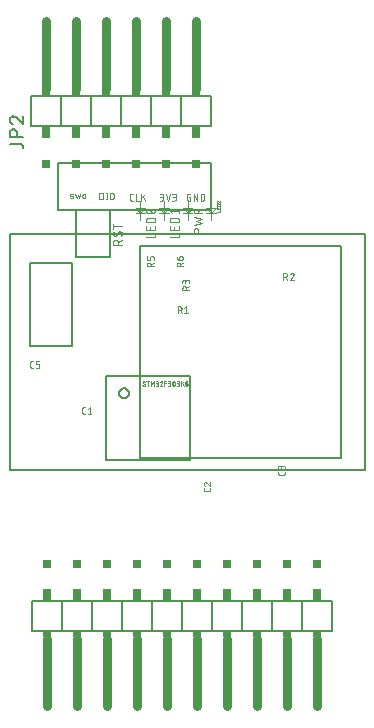
<source format=gbr>
G04 EAGLE Gerber RS-274X export*
G75*
%MOMM*%
%FSLAX34Y34*%
%LPD*%
%INSilkscreen Top*%
%IPPOS*%
%AMOC8*
5,1,8,0,0,1.08239X$1,22.5*%
G01*
%ADD10C,0.152400*%
%ADD11C,0.050800*%
%ADD12C,0.762000*%
%ADD13R,0.762000X0.508000*%
%ADD14R,0.762000X1.016000*%
%ADD15R,0.762000X0.762000*%
%ADD16C,0.076200*%
%ADD17C,0.127000*%
%ADD18C,0.025400*%


D10*
X70000Y400000D02*
X200000Y400000D01*
X200000Y360000D01*
X70000Y360000D01*
X70000Y400000D01*
D11*
X80875Y372427D02*
X82427Y371806D01*
X80875Y372427D02*
X80824Y372449D01*
X80775Y372475D01*
X80727Y372504D01*
X80682Y372537D01*
X80639Y372573D01*
X80598Y372611D01*
X80561Y372653D01*
X80526Y372696D01*
X80494Y372742D01*
X80466Y372791D01*
X80441Y372841D01*
X80420Y372892D01*
X80402Y372945D01*
X80388Y372999D01*
X80378Y373054D01*
X80372Y373110D01*
X80369Y373165D01*
X80370Y373221D01*
X80376Y373277D01*
X80385Y373332D01*
X80397Y373386D01*
X80414Y373440D01*
X80434Y373492D01*
X80458Y373542D01*
X80485Y373591D01*
X80516Y373638D01*
X80550Y373682D01*
X80586Y373724D01*
X80626Y373764D01*
X80668Y373800D01*
X80713Y373834D01*
X80760Y373864D01*
X80808Y373891D01*
X80859Y373915D01*
X80911Y373935D01*
X80965Y373951D01*
X81019Y373964D01*
X81074Y373973D01*
X81130Y373978D01*
X81186Y373979D01*
X81185Y373980D02*
X81296Y373976D01*
X81407Y373970D01*
X81517Y373959D01*
X81627Y373945D01*
X81737Y373928D01*
X81846Y373908D01*
X81954Y373884D01*
X82061Y373856D01*
X82168Y373825D01*
X82273Y373791D01*
X82378Y373754D01*
X82481Y373713D01*
X82583Y373669D01*
X82427Y371806D02*
X82478Y371784D01*
X82527Y371758D01*
X82575Y371729D01*
X82620Y371696D01*
X82663Y371660D01*
X82704Y371622D01*
X82741Y371580D01*
X82776Y371537D01*
X82808Y371491D01*
X82836Y371442D01*
X82861Y371392D01*
X82882Y371341D01*
X82900Y371288D01*
X82914Y371234D01*
X82924Y371179D01*
X82930Y371123D01*
X82933Y371068D01*
X82932Y371012D01*
X82926Y370956D01*
X82917Y370901D01*
X82905Y370847D01*
X82888Y370793D01*
X82868Y370741D01*
X82844Y370691D01*
X82817Y370642D01*
X82786Y370595D01*
X82752Y370551D01*
X82716Y370509D01*
X82676Y370469D01*
X82634Y370433D01*
X82589Y370399D01*
X82542Y370369D01*
X82494Y370342D01*
X82443Y370318D01*
X82391Y370298D01*
X82337Y370282D01*
X82283Y370269D01*
X82228Y370260D01*
X82172Y370255D01*
X82116Y370254D01*
X82117Y370254D02*
X81983Y370257D01*
X81849Y370264D01*
X81715Y370275D01*
X81582Y370288D01*
X81449Y370306D01*
X81316Y370326D01*
X81184Y370350D01*
X81053Y370378D01*
X80922Y370408D01*
X80793Y370442D01*
X80664Y370480D01*
X80536Y370520D01*
X80409Y370564D01*
X86023Y370254D02*
X85092Y373979D01*
X86955Y372738D02*
X86023Y370254D01*
X87886Y370254D02*
X86955Y372738D01*
X88817Y373979D02*
X87886Y370254D01*
X91016Y371496D02*
X91016Y372738D01*
X91018Y372808D01*
X91024Y372877D01*
X91034Y372946D01*
X91047Y373014D01*
X91065Y373082D01*
X91086Y373148D01*
X91111Y373213D01*
X91139Y373277D01*
X91171Y373339D01*
X91206Y373399D01*
X91245Y373457D01*
X91287Y373512D01*
X91332Y373566D01*
X91380Y373616D01*
X91430Y373664D01*
X91484Y373709D01*
X91539Y373751D01*
X91597Y373790D01*
X91657Y373825D01*
X91719Y373857D01*
X91783Y373885D01*
X91848Y373910D01*
X91914Y373931D01*
X91982Y373949D01*
X92050Y373962D01*
X92119Y373972D01*
X92188Y373978D01*
X92258Y373980D01*
X92328Y373978D01*
X92397Y373972D01*
X92466Y373962D01*
X92534Y373949D01*
X92602Y373931D01*
X92668Y373910D01*
X92733Y373885D01*
X92797Y373857D01*
X92859Y373825D01*
X92919Y373790D01*
X92977Y373751D01*
X93032Y373709D01*
X93086Y373664D01*
X93136Y373616D01*
X93184Y373566D01*
X93229Y373512D01*
X93271Y373457D01*
X93310Y373399D01*
X93345Y373339D01*
X93377Y373277D01*
X93405Y373213D01*
X93430Y373148D01*
X93451Y373082D01*
X93469Y373014D01*
X93482Y372946D01*
X93492Y372877D01*
X93498Y372808D01*
X93500Y372738D01*
X93500Y371496D01*
X93498Y371426D01*
X93492Y371357D01*
X93482Y371288D01*
X93469Y371220D01*
X93451Y371152D01*
X93430Y371086D01*
X93405Y371021D01*
X93377Y370957D01*
X93345Y370895D01*
X93310Y370835D01*
X93271Y370777D01*
X93229Y370722D01*
X93184Y370668D01*
X93136Y370618D01*
X93086Y370570D01*
X93032Y370525D01*
X92977Y370483D01*
X92919Y370444D01*
X92859Y370409D01*
X92797Y370377D01*
X92733Y370349D01*
X92668Y370324D01*
X92602Y370303D01*
X92534Y370285D01*
X92466Y370272D01*
X92397Y370262D01*
X92328Y370256D01*
X92258Y370254D01*
X92188Y370256D01*
X92119Y370262D01*
X92050Y370272D01*
X91982Y370285D01*
X91914Y370303D01*
X91848Y370324D01*
X91783Y370349D01*
X91719Y370377D01*
X91657Y370409D01*
X91597Y370444D01*
X91539Y370483D01*
X91484Y370525D01*
X91430Y370570D01*
X91380Y370618D01*
X91332Y370668D01*
X91287Y370722D01*
X91245Y370777D01*
X91206Y370835D01*
X91171Y370895D01*
X91139Y370957D01*
X91111Y371021D01*
X91086Y371086D01*
X91065Y371152D01*
X91047Y371220D01*
X91034Y371288D01*
X91024Y371357D01*
X91018Y371426D01*
X91016Y371496D01*
X105254Y369254D02*
X105254Y374842D01*
X106806Y374842D01*
X106882Y374840D01*
X106958Y374835D01*
X107034Y374825D01*
X107109Y374812D01*
X107183Y374795D01*
X107257Y374775D01*
X107329Y374751D01*
X107400Y374724D01*
X107470Y374693D01*
X107538Y374659D01*
X107604Y374621D01*
X107668Y374580D01*
X107731Y374537D01*
X107791Y374490D01*
X107848Y374440D01*
X107903Y374387D01*
X107956Y374332D01*
X108006Y374275D01*
X108053Y374215D01*
X108096Y374152D01*
X108137Y374088D01*
X108175Y374022D01*
X108209Y373954D01*
X108240Y373884D01*
X108267Y373813D01*
X108291Y373740D01*
X108311Y373667D01*
X108328Y373593D01*
X108341Y373518D01*
X108351Y373442D01*
X108356Y373366D01*
X108358Y373290D01*
X108358Y370806D01*
X108356Y370727D01*
X108350Y370649D01*
X108340Y370571D01*
X108326Y370494D01*
X108308Y370417D01*
X108287Y370341D01*
X108261Y370267D01*
X108232Y370194D01*
X108199Y370123D01*
X108163Y370053D01*
X108123Y369985D01*
X108080Y369919D01*
X108033Y369856D01*
X107984Y369795D01*
X107931Y369737D01*
X107875Y369681D01*
X107817Y369628D01*
X107756Y369579D01*
X107693Y369532D01*
X107627Y369489D01*
X107559Y369449D01*
X107490Y369413D01*
X107418Y369380D01*
X107345Y369351D01*
X107271Y369325D01*
X107195Y369304D01*
X107118Y369286D01*
X107041Y369272D01*
X106963Y369262D01*
X106885Y369256D01*
X106806Y369254D01*
X105254Y369254D01*
X111378Y369254D02*
X111378Y374842D01*
X110757Y369254D02*
X111999Y369254D01*
X111999Y374842D02*
X110757Y374842D01*
X114215Y373290D02*
X114215Y370806D01*
X114215Y373290D02*
X114217Y373367D01*
X114223Y373445D01*
X114232Y373521D01*
X114246Y373598D01*
X114263Y373673D01*
X114284Y373747D01*
X114309Y373821D01*
X114337Y373893D01*
X114369Y373963D01*
X114404Y374032D01*
X114443Y374099D01*
X114485Y374164D01*
X114530Y374227D01*
X114578Y374288D01*
X114629Y374346D01*
X114683Y374401D01*
X114740Y374454D01*
X114799Y374503D01*
X114861Y374550D01*
X114925Y374594D01*
X114991Y374634D01*
X115059Y374671D01*
X115129Y374705D01*
X115200Y374735D01*
X115273Y374761D01*
X115347Y374784D01*
X115422Y374803D01*
X115497Y374818D01*
X115574Y374830D01*
X115651Y374838D01*
X115728Y374842D01*
X115806Y374842D01*
X115883Y374838D01*
X115960Y374830D01*
X116037Y374818D01*
X116112Y374803D01*
X116187Y374784D01*
X116261Y374761D01*
X116334Y374735D01*
X116405Y374705D01*
X116475Y374671D01*
X116543Y374634D01*
X116609Y374594D01*
X116673Y374550D01*
X116735Y374503D01*
X116794Y374454D01*
X116851Y374401D01*
X116905Y374346D01*
X116956Y374288D01*
X117004Y374227D01*
X117049Y374164D01*
X117091Y374099D01*
X117130Y374032D01*
X117165Y373963D01*
X117197Y373893D01*
X117225Y373821D01*
X117250Y373747D01*
X117271Y373673D01*
X117288Y373598D01*
X117302Y373521D01*
X117311Y373445D01*
X117317Y373367D01*
X117319Y373290D01*
X117320Y373290D02*
X117320Y370806D01*
X117319Y370806D02*
X117317Y370729D01*
X117311Y370651D01*
X117302Y370575D01*
X117288Y370498D01*
X117271Y370423D01*
X117250Y370349D01*
X117225Y370275D01*
X117197Y370203D01*
X117165Y370133D01*
X117130Y370064D01*
X117091Y369997D01*
X117049Y369932D01*
X117004Y369869D01*
X116956Y369808D01*
X116905Y369750D01*
X116851Y369695D01*
X116794Y369642D01*
X116735Y369593D01*
X116673Y369546D01*
X116609Y369502D01*
X116543Y369462D01*
X116475Y369425D01*
X116405Y369391D01*
X116334Y369361D01*
X116261Y369335D01*
X116187Y369312D01*
X116112Y369293D01*
X116037Y369278D01*
X115960Y369266D01*
X115883Y369258D01*
X115806Y369254D01*
X115728Y369254D01*
X115651Y369258D01*
X115574Y369266D01*
X115497Y369278D01*
X115422Y369293D01*
X115347Y369312D01*
X115273Y369335D01*
X115200Y369361D01*
X115129Y369391D01*
X115059Y369425D01*
X114991Y369462D01*
X114925Y369502D01*
X114861Y369546D01*
X114799Y369593D01*
X114740Y369642D01*
X114683Y369695D01*
X114629Y369750D01*
X114578Y369808D01*
X114530Y369869D01*
X114485Y369932D01*
X114443Y369997D01*
X114404Y370064D01*
X114369Y370133D01*
X114337Y370203D01*
X114309Y370275D01*
X114284Y370349D01*
X114263Y370423D01*
X114246Y370498D01*
X114232Y370575D01*
X114223Y370651D01*
X114217Y370729D01*
X114215Y370806D01*
X132496Y368254D02*
X133738Y368254D01*
X132496Y368254D02*
X132426Y368256D01*
X132357Y368262D01*
X132288Y368272D01*
X132220Y368285D01*
X132152Y368303D01*
X132086Y368324D01*
X132021Y368349D01*
X131957Y368377D01*
X131895Y368409D01*
X131835Y368444D01*
X131777Y368483D01*
X131722Y368525D01*
X131668Y368570D01*
X131618Y368618D01*
X131570Y368668D01*
X131525Y368722D01*
X131483Y368777D01*
X131444Y368835D01*
X131409Y368895D01*
X131377Y368957D01*
X131349Y369021D01*
X131324Y369086D01*
X131303Y369152D01*
X131285Y369220D01*
X131272Y369288D01*
X131262Y369357D01*
X131256Y369426D01*
X131254Y369496D01*
X131254Y372600D01*
X131256Y372670D01*
X131262Y372739D01*
X131272Y372808D01*
X131285Y372876D01*
X131303Y372944D01*
X131324Y373010D01*
X131349Y373075D01*
X131377Y373139D01*
X131409Y373201D01*
X131444Y373261D01*
X131483Y373319D01*
X131525Y373374D01*
X131570Y373428D01*
X131618Y373478D01*
X131668Y373526D01*
X131722Y373571D01*
X131777Y373613D01*
X131835Y373652D01*
X131895Y373687D01*
X131957Y373719D01*
X132021Y373747D01*
X132086Y373772D01*
X132152Y373793D01*
X132220Y373811D01*
X132288Y373824D01*
X132357Y373834D01*
X132426Y373840D01*
X132496Y373842D01*
X133738Y373842D01*
X136036Y373842D02*
X136036Y368254D01*
X138520Y368254D01*
X140863Y368254D02*
X140863Y373842D01*
X143967Y373842D02*
X140863Y370427D01*
X142105Y371669D02*
X143967Y368254D01*
X156254Y368254D02*
X157806Y368254D01*
X157883Y368256D01*
X157961Y368262D01*
X158037Y368271D01*
X158114Y368285D01*
X158189Y368302D01*
X158263Y368323D01*
X158337Y368348D01*
X158409Y368376D01*
X158479Y368408D01*
X158548Y368443D01*
X158615Y368482D01*
X158680Y368524D01*
X158743Y368569D01*
X158804Y368617D01*
X158862Y368668D01*
X158917Y368722D01*
X158970Y368779D01*
X159019Y368838D01*
X159066Y368900D01*
X159110Y368964D01*
X159150Y369030D01*
X159187Y369098D01*
X159221Y369168D01*
X159251Y369239D01*
X159277Y369312D01*
X159300Y369386D01*
X159319Y369461D01*
X159334Y369536D01*
X159346Y369613D01*
X159354Y369690D01*
X159358Y369767D01*
X159358Y369845D01*
X159354Y369922D01*
X159346Y369999D01*
X159334Y370076D01*
X159319Y370151D01*
X159300Y370226D01*
X159277Y370300D01*
X159251Y370373D01*
X159221Y370444D01*
X159187Y370514D01*
X159150Y370582D01*
X159110Y370648D01*
X159066Y370712D01*
X159019Y370774D01*
X158970Y370833D01*
X158917Y370890D01*
X158862Y370944D01*
X158804Y370995D01*
X158743Y371043D01*
X158680Y371088D01*
X158615Y371130D01*
X158548Y371169D01*
X158479Y371204D01*
X158409Y371236D01*
X158337Y371264D01*
X158263Y371289D01*
X158189Y371310D01*
X158114Y371327D01*
X158037Y371341D01*
X157961Y371350D01*
X157883Y371356D01*
X157806Y371358D01*
X158117Y373842D02*
X156254Y373842D01*
X158117Y373842D02*
X158187Y373840D01*
X158256Y373834D01*
X158325Y373824D01*
X158393Y373811D01*
X158461Y373793D01*
X158527Y373772D01*
X158592Y373747D01*
X158656Y373719D01*
X158718Y373687D01*
X158778Y373652D01*
X158836Y373613D01*
X158891Y373571D01*
X158945Y373526D01*
X158995Y373478D01*
X159043Y373428D01*
X159088Y373374D01*
X159130Y373319D01*
X159169Y373261D01*
X159204Y373201D01*
X159236Y373139D01*
X159264Y373075D01*
X159289Y373010D01*
X159310Y372944D01*
X159328Y372876D01*
X159341Y372808D01*
X159351Y372739D01*
X159357Y372670D01*
X159359Y372600D01*
X159357Y372530D01*
X159351Y372461D01*
X159341Y372392D01*
X159328Y372324D01*
X159310Y372256D01*
X159289Y372190D01*
X159264Y372125D01*
X159236Y372061D01*
X159204Y371999D01*
X159169Y371939D01*
X159130Y371881D01*
X159088Y371826D01*
X159043Y371772D01*
X158995Y371722D01*
X158945Y371674D01*
X158891Y371629D01*
X158836Y371587D01*
X158778Y371548D01*
X158718Y371513D01*
X158656Y371481D01*
X158592Y371453D01*
X158527Y371428D01*
X158461Y371407D01*
X158393Y371389D01*
X158325Y371376D01*
X158256Y371366D01*
X158187Y371360D01*
X158117Y371358D01*
X156875Y371358D01*
X161430Y373842D02*
X163293Y368254D01*
X165155Y373842D01*
X167227Y368254D02*
X168779Y368254D01*
X168856Y368256D01*
X168934Y368262D01*
X169010Y368271D01*
X169087Y368285D01*
X169162Y368302D01*
X169236Y368323D01*
X169310Y368348D01*
X169382Y368376D01*
X169452Y368408D01*
X169521Y368443D01*
X169588Y368482D01*
X169653Y368524D01*
X169716Y368569D01*
X169777Y368617D01*
X169835Y368668D01*
X169890Y368722D01*
X169943Y368779D01*
X169992Y368838D01*
X170039Y368900D01*
X170083Y368964D01*
X170123Y369030D01*
X170160Y369098D01*
X170194Y369168D01*
X170224Y369239D01*
X170250Y369312D01*
X170273Y369386D01*
X170292Y369461D01*
X170307Y369536D01*
X170319Y369613D01*
X170327Y369690D01*
X170331Y369767D01*
X170331Y369845D01*
X170327Y369922D01*
X170319Y369999D01*
X170307Y370076D01*
X170292Y370151D01*
X170273Y370226D01*
X170250Y370300D01*
X170224Y370373D01*
X170194Y370444D01*
X170160Y370514D01*
X170123Y370582D01*
X170083Y370648D01*
X170039Y370712D01*
X169992Y370774D01*
X169943Y370833D01*
X169890Y370890D01*
X169835Y370944D01*
X169777Y370995D01*
X169716Y371043D01*
X169653Y371088D01*
X169588Y371130D01*
X169521Y371169D01*
X169452Y371204D01*
X169382Y371236D01*
X169310Y371264D01*
X169236Y371289D01*
X169162Y371310D01*
X169087Y371327D01*
X169010Y371341D01*
X168934Y371350D01*
X168856Y371356D01*
X168779Y371358D01*
X169089Y373842D02*
X167227Y373842D01*
X169089Y373842D02*
X169159Y373840D01*
X169228Y373834D01*
X169297Y373824D01*
X169365Y373811D01*
X169433Y373793D01*
X169499Y373772D01*
X169564Y373747D01*
X169628Y373719D01*
X169690Y373687D01*
X169750Y373652D01*
X169808Y373613D01*
X169863Y373571D01*
X169917Y373526D01*
X169967Y373478D01*
X170015Y373428D01*
X170060Y373374D01*
X170102Y373319D01*
X170141Y373261D01*
X170176Y373201D01*
X170208Y373139D01*
X170236Y373075D01*
X170261Y373010D01*
X170282Y372944D01*
X170300Y372876D01*
X170313Y372808D01*
X170323Y372739D01*
X170329Y372670D01*
X170331Y372600D01*
X170329Y372530D01*
X170323Y372461D01*
X170313Y372392D01*
X170300Y372324D01*
X170282Y372256D01*
X170261Y372190D01*
X170236Y372125D01*
X170208Y372061D01*
X170176Y371999D01*
X170141Y371939D01*
X170102Y371881D01*
X170060Y371826D01*
X170015Y371772D01*
X169967Y371722D01*
X169917Y371674D01*
X169863Y371629D01*
X169808Y371587D01*
X169750Y371548D01*
X169690Y371513D01*
X169628Y371481D01*
X169564Y371453D01*
X169499Y371428D01*
X169433Y371407D01*
X169365Y371389D01*
X169297Y371376D01*
X169228Y371366D01*
X169159Y371360D01*
X169089Y371358D01*
X167848Y371358D01*
X181427Y371358D02*
X182358Y371358D01*
X182358Y368254D01*
X180496Y368254D01*
X180426Y368256D01*
X180357Y368262D01*
X180288Y368272D01*
X180220Y368285D01*
X180152Y368303D01*
X180086Y368324D01*
X180021Y368349D01*
X179957Y368377D01*
X179895Y368409D01*
X179835Y368444D01*
X179777Y368483D01*
X179722Y368525D01*
X179668Y368570D01*
X179618Y368618D01*
X179570Y368668D01*
X179525Y368722D01*
X179483Y368777D01*
X179444Y368835D01*
X179409Y368895D01*
X179377Y368957D01*
X179349Y369021D01*
X179324Y369086D01*
X179303Y369152D01*
X179285Y369220D01*
X179272Y369288D01*
X179262Y369357D01*
X179256Y369426D01*
X179254Y369496D01*
X179254Y372600D01*
X179256Y372670D01*
X179262Y372739D01*
X179272Y372808D01*
X179285Y372876D01*
X179303Y372944D01*
X179324Y373010D01*
X179349Y373075D01*
X179377Y373139D01*
X179409Y373201D01*
X179444Y373261D01*
X179483Y373319D01*
X179525Y373374D01*
X179570Y373428D01*
X179618Y373478D01*
X179668Y373526D01*
X179722Y373571D01*
X179777Y373613D01*
X179835Y373652D01*
X179895Y373687D01*
X179957Y373719D01*
X180021Y373747D01*
X180086Y373772D01*
X180152Y373793D01*
X180220Y373811D01*
X180288Y373824D01*
X180357Y373834D01*
X180426Y373840D01*
X180496Y373842D01*
X182358Y373842D01*
X185106Y373842D02*
X185106Y368254D01*
X188211Y368254D02*
X185106Y373842D01*
X188211Y373842D02*
X188211Y368254D01*
X190958Y368254D02*
X190958Y373842D01*
X192510Y373842D01*
X192586Y373840D01*
X192662Y373835D01*
X192738Y373825D01*
X192813Y373812D01*
X192887Y373795D01*
X192961Y373775D01*
X193033Y373751D01*
X193104Y373724D01*
X193174Y373693D01*
X193242Y373659D01*
X193308Y373621D01*
X193372Y373580D01*
X193435Y373537D01*
X193495Y373490D01*
X193552Y373440D01*
X193607Y373387D01*
X193660Y373332D01*
X193710Y373275D01*
X193757Y373215D01*
X193800Y373152D01*
X193841Y373088D01*
X193879Y373022D01*
X193913Y372954D01*
X193944Y372884D01*
X193971Y372813D01*
X193995Y372740D01*
X194015Y372667D01*
X194032Y372593D01*
X194045Y372518D01*
X194055Y372442D01*
X194060Y372366D01*
X194062Y372290D01*
X194063Y372290D02*
X194063Y369806D01*
X194062Y369806D02*
X194060Y369727D01*
X194054Y369649D01*
X194044Y369571D01*
X194030Y369494D01*
X194012Y369417D01*
X193991Y369341D01*
X193965Y369267D01*
X193936Y369194D01*
X193903Y369123D01*
X193867Y369053D01*
X193827Y368985D01*
X193784Y368919D01*
X193737Y368856D01*
X193688Y368795D01*
X193635Y368737D01*
X193579Y368681D01*
X193521Y368628D01*
X193460Y368579D01*
X193397Y368532D01*
X193331Y368489D01*
X193263Y368449D01*
X193194Y368413D01*
X193122Y368380D01*
X193049Y368351D01*
X192975Y368325D01*
X192899Y368304D01*
X192822Y368286D01*
X192745Y368272D01*
X192667Y368262D01*
X192589Y368256D01*
X192510Y368254D01*
X190958Y368254D01*
X93427Y187648D02*
X92185Y187648D01*
X92115Y187650D01*
X92046Y187656D01*
X91977Y187666D01*
X91909Y187679D01*
X91841Y187697D01*
X91775Y187718D01*
X91710Y187743D01*
X91646Y187771D01*
X91584Y187803D01*
X91524Y187838D01*
X91466Y187877D01*
X91411Y187919D01*
X91357Y187964D01*
X91307Y188012D01*
X91259Y188062D01*
X91214Y188116D01*
X91172Y188171D01*
X91133Y188229D01*
X91098Y188289D01*
X91066Y188351D01*
X91038Y188415D01*
X91013Y188480D01*
X90992Y188546D01*
X90974Y188614D01*
X90961Y188682D01*
X90951Y188751D01*
X90945Y188820D01*
X90943Y188890D01*
X90943Y191994D01*
X90945Y192064D01*
X90951Y192133D01*
X90961Y192202D01*
X90974Y192270D01*
X90992Y192338D01*
X91013Y192404D01*
X91038Y192469D01*
X91066Y192533D01*
X91098Y192595D01*
X91133Y192655D01*
X91172Y192713D01*
X91214Y192768D01*
X91259Y192822D01*
X91307Y192872D01*
X91357Y192920D01*
X91411Y192965D01*
X91466Y193007D01*
X91524Y193046D01*
X91584Y193081D01*
X91646Y193113D01*
X91710Y193141D01*
X91775Y193166D01*
X91841Y193187D01*
X91909Y193205D01*
X91977Y193218D01*
X92046Y193228D01*
X92115Y193234D01*
X92185Y193236D01*
X93427Y193236D01*
X95532Y191994D02*
X97084Y193236D01*
X97084Y187648D01*
X95532Y187648D02*
X98636Y187648D01*
X199332Y124537D02*
X199332Y123295D01*
X199330Y123225D01*
X199324Y123156D01*
X199314Y123087D01*
X199301Y123019D01*
X199283Y122951D01*
X199262Y122885D01*
X199237Y122820D01*
X199209Y122756D01*
X199177Y122694D01*
X199142Y122634D01*
X199103Y122576D01*
X199061Y122521D01*
X199016Y122467D01*
X198968Y122417D01*
X198918Y122369D01*
X198864Y122324D01*
X198809Y122282D01*
X198751Y122243D01*
X198691Y122208D01*
X198629Y122176D01*
X198565Y122148D01*
X198500Y122123D01*
X198434Y122102D01*
X198366Y122084D01*
X198298Y122071D01*
X198229Y122061D01*
X198160Y122055D01*
X198090Y122053D01*
X194986Y122053D01*
X194916Y122055D01*
X194847Y122061D01*
X194778Y122071D01*
X194710Y122084D01*
X194642Y122102D01*
X194576Y122123D01*
X194511Y122148D01*
X194447Y122176D01*
X194385Y122208D01*
X194325Y122243D01*
X194267Y122282D01*
X194212Y122324D01*
X194158Y122369D01*
X194108Y122417D01*
X194060Y122467D01*
X194015Y122521D01*
X193973Y122576D01*
X193934Y122634D01*
X193899Y122694D01*
X193867Y122756D01*
X193839Y122820D01*
X193814Y122885D01*
X193793Y122951D01*
X193775Y123019D01*
X193762Y123087D01*
X193752Y123156D01*
X193746Y123225D01*
X193744Y123295D01*
X193744Y124537D01*
X193744Y128349D02*
X193746Y128422D01*
X193752Y128495D01*
X193761Y128568D01*
X193775Y128639D01*
X193792Y128711D01*
X193812Y128781D01*
X193837Y128850D01*
X193865Y128917D01*
X193896Y128983D01*
X193931Y129048D01*
X193969Y129110D01*
X194011Y129170D01*
X194055Y129228D01*
X194103Y129284D01*
X194153Y129337D01*
X194206Y129387D01*
X194262Y129435D01*
X194320Y129479D01*
X194380Y129521D01*
X194443Y129559D01*
X194507Y129594D01*
X194573Y129625D01*
X194640Y129653D01*
X194709Y129678D01*
X194779Y129698D01*
X194851Y129715D01*
X194922Y129729D01*
X194995Y129738D01*
X195068Y129744D01*
X195141Y129746D01*
X193744Y128349D02*
X193746Y128265D01*
X193752Y128182D01*
X193761Y128099D01*
X193775Y128016D01*
X193792Y127935D01*
X193814Y127854D01*
X193839Y127774D01*
X193867Y127696D01*
X193899Y127618D01*
X193935Y127543D01*
X193974Y127469D01*
X194017Y127397D01*
X194063Y127327D01*
X194112Y127260D01*
X194165Y127194D01*
X194220Y127132D01*
X194278Y127072D01*
X194339Y127014D01*
X194402Y126960D01*
X194468Y126908D01*
X194536Y126860D01*
X194607Y126815D01*
X194679Y126773D01*
X194754Y126735D01*
X194830Y126700D01*
X194907Y126669D01*
X194986Y126641D01*
X196227Y129280D02*
X196174Y129334D01*
X196117Y129385D01*
X196058Y129433D01*
X195997Y129478D01*
X195934Y129519D01*
X195868Y129558D01*
X195801Y129593D01*
X195732Y129625D01*
X195661Y129653D01*
X195590Y129677D01*
X195517Y129698D01*
X195443Y129715D01*
X195368Y129729D01*
X195293Y129738D01*
X195217Y129744D01*
X195141Y129746D01*
X196228Y129280D02*
X199332Y126642D01*
X199332Y129746D01*
X262352Y137265D02*
X262352Y138507D01*
X262352Y137265D02*
X262350Y137195D01*
X262344Y137126D01*
X262334Y137057D01*
X262321Y136989D01*
X262303Y136921D01*
X262282Y136855D01*
X262257Y136790D01*
X262229Y136726D01*
X262197Y136664D01*
X262162Y136604D01*
X262123Y136546D01*
X262081Y136491D01*
X262036Y136437D01*
X261988Y136387D01*
X261938Y136339D01*
X261884Y136294D01*
X261829Y136252D01*
X261771Y136213D01*
X261711Y136178D01*
X261649Y136146D01*
X261585Y136118D01*
X261520Y136093D01*
X261454Y136072D01*
X261386Y136054D01*
X261318Y136041D01*
X261249Y136031D01*
X261180Y136025D01*
X261110Y136023D01*
X258006Y136023D01*
X257936Y136025D01*
X257867Y136031D01*
X257798Y136041D01*
X257730Y136054D01*
X257662Y136072D01*
X257596Y136093D01*
X257531Y136118D01*
X257467Y136146D01*
X257405Y136178D01*
X257345Y136213D01*
X257287Y136252D01*
X257232Y136294D01*
X257178Y136339D01*
X257128Y136387D01*
X257080Y136437D01*
X257035Y136491D01*
X256993Y136546D01*
X256954Y136604D01*
X256919Y136664D01*
X256887Y136726D01*
X256859Y136790D01*
X256834Y136855D01*
X256813Y136921D01*
X256795Y136989D01*
X256782Y137057D01*
X256772Y137126D01*
X256766Y137195D01*
X256764Y137265D01*
X256764Y138507D01*
X262352Y140612D02*
X262352Y142164D01*
X262350Y142241D01*
X262344Y142319D01*
X262335Y142395D01*
X262321Y142472D01*
X262304Y142547D01*
X262283Y142621D01*
X262258Y142695D01*
X262230Y142767D01*
X262198Y142837D01*
X262163Y142906D01*
X262124Y142973D01*
X262082Y143038D01*
X262037Y143101D01*
X261989Y143162D01*
X261938Y143220D01*
X261884Y143275D01*
X261827Y143328D01*
X261768Y143377D01*
X261706Y143424D01*
X261642Y143468D01*
X261576Y143508D01*
X261508Y143545D01*
X261438Y143579D01*
X261367Y143609D01*
X261294Y143635D01*
X261220Y143658D01*
X261145Y143677D01*
X261070Y143692D01*
X260993Y143704D01*
X260916Y143712D01*
X260839Y143716D01*
X260761Y143716D01*
X260684Y143712D01*
X260607Y143704D01*
X260530Y143692D01*
X260455Y143677D01*
X260380Y143658D01*
X260306Y143635D01*
X260233Y143609D01*
X260162Y143579D01*
X260092Y143545D01*
X260024Y143508D01*
X259958Y143468D01*
X259894Y143424D01*
X259832Y143377D01*
X259773Y143328D01*
X259716Y143275D01*
X259662Y143220D01*
X259611Y143162D01*
X259563Y143101D01*
X259518Y143038D01*
X259476Y142973D01*
X259437Y142906D01*
X259402Y142837D01*
X259370Y142767D01*
X259342Y142695D01*
X259317Y142621D01*
X259296Y142547D01*
X259279Y142472D01*
X259265Y142395D01*
X259256Y142319D01*
X259250Y142241D01*
X259248Y142164D01*
X256764Y142474D02*
X256764Y140612D01*
X256764Y142474D02*
X256766Y142544D01*
X256772Y142613D01*
X256782Y142682D01*
X256795Y142750D01*
X256813Y142818D01*
X256834Y142884D01*
X256859Y142949D01*
X256887Y143013D01*
X256919Y143075D01*
X256954Y143135D01*
X256993Y143193D01*
X257035Y143248D01*
X257080Y143302D01*
X257128Y143352D01*
X257178Y143400D01*
X257232Y143445D01*
X257287Y143487D01*
X257345Y143526D01*
X257405Y143561D01*
X257467Y143593D01*
X257531Y143621D01*
X257596Y143646D01*
X257662Y143667D01*
X257730Y143685D01*
X257798Y143698D01*
X257867Y143708D01*
X257936Y143714D01*
X258006Y143716D01*
X258076Y143714D01*
X258145Y143708D01*
X258214Y143698D01*
X258282Y143685D01*
X258350Y143667D01*
X258416Y143646D01*
X258481Y143621D01*
X258545Y143593D01*
X258607Y143561D01*
X258667Y143526D01*
X258725Y143487D01*
X258780Y143445D01*
X258834Y143400D01*
X258884Y143352D01*
X258932Y143302D01*
X258977Y143248D01*
X259019Y143193D01*
X259058Y143135D01*
X259093Y143075D01*
X259125Y143013D01*
X259153Y142949D01*
X259178Y142884D01*
X259199Y142818D01*
X259217Y142750D01*
X259230Y142682D01*
X259240Y142613D01*
X259246Y142544D01*
X259248Y142474D01*
X259248Y141232D01*
X49297Y226698D02*
X48055Y226698D01*
X47985Y226700D01*
X47916Y226706D01*
X47847Y226716D01*
X47779Y226729D01*
X47711Y226747D01*
X47645Y226768D01*
X47580Y226793D01*
X47516Y226821D01*
X47454Y226853D01*
X47394Y226888D01*
X47336Y226927D01*
X47281Y226969D01*
X47227Y227014D01*
X47177Y227062D01*
X47129Y227112D01*
X47084Y227166D01*
X47042Y227221D01*
X47003Y227279D01*
X46968Y227339D01*
X46936Y227401D01*
X46908Y227465D01*
X46883Y227530D01*
X46862Y227596D01*
X46844Y227664D01*
X46831Y227732D01*
X46821Y227801D01*
X46815Y227870D01*
X46813Y227940D01*
X46813Y231044D01*
X46815Y231114D01*
X46821Y231183D01*
X46831Y231252D01*
X46844Y231320D01*
X46862Y231388D01*
X46883Y231454D01*
X46908Y231519D01*
X46936Y231583D01*
X46968Y231645D01*
X47003Y231705D01*
X47042Y231763D01*
X47084Y231818D01*
X47129Y231872D01*
X47177Y231922D01*
X47227Y231970D01*
X47281Y232015D01*
X47336Y232057D01*
X47394Y232096D01*
X47454Y232131D01*
X47516Y232163D01*
X47580Y232191D01*
X47645Y232216D01*
X47711Y232237D01*
X47779Y232255D01*
X47847Y232268D01*
X47916Y232278D01*
X47985Y232284D01*
X48055Y232286D01*
X49297Y232286D01*
X51402Y226698D02*
X53264Y226698D01*
X53334Y226700D01*
X53403Y226706D01*
X53472Y226716D01*
X53540Y226729D01*
X53608Y226747D01*
X53674Y226768D01*
X53739Y226793D01*
X53803Y226821D01*
X53865Y226853D01*
X53925Y226888D01*
X53983Y226927D01*
X54038Y226969D01*
X54092Y227014D01*
X54142Y227062D01*
X54190Y227112D01*
X54235Y227166D01*
X54277Y227221D01*
X54316Y227279D01*
X54351Y227339D01*
X54383Y227401D01*
X54411Y227465D01*
X54436Y227530D01*
X54457Y227596D01*
X54475Y227664D01*
X54488Y227732D01*
X54498Y227801D01*
X54504Y227870D01*
X54506Y227940D01*
X54506Y228561D01*
X54504Y228631D01*
X54498Y228700D01*
X54488Y228769D01*
X54475Y228837D01*
X54457Y228905D01*
X54436Y228971D01*
X54411Y229036D01*
X54383Y229100D01*
X54351Y229162D01*
X54316Y229222D01*
X54277Y229280D01*
X54235Y229335D01*
X54190Y229389D01*
X54142Y229439D01*
X54092Y229487D01*
X54038Y229532D01*
X53983Y229574D01*
X53925Y229613D01*
X53865Y229648D01*
X53803Y229680D01*
X53739Y229708D01*
X53674Y229733D01*
X53608Y229754D01*
X53540Y229772D01*
X53472Y229785D01*
X53403Y229795D01*
X53334Y229801D01*
X53264Y229803D01*
X53264Y229802D02*
X51402Y229802D01*
X51402Y232286D01*
X54506Y232286D01*
D10*
X276600Y29050D02*
X302000Y29050D01*
X276600Y29050D02*
X276600Y3650D01*
X302000Y3650D01*
X302000Y29050D01*
D12*
X289300Y-2700D02*
X289300Y-59850D01*
D10*
X276600Y29050D02*
X251200Y29050D01*
X251200Y3650D01*
X276600Y3650D01*
D12*
X263900Y-2700D02*
X263900Y-59850D01*
D10*
X251200Y29050D02*
X225800Y29050D01*
X225800Y3650D01*
X251200Y3650D01*
D12*
X238500Y-2700D02*
X238500Y-59850D01*
D10*
X225800Y29050D02*
X200400Y29050D01*
X200400Y3650D01*
X225800Y3650D01*
D12*
X213100Y-2700D02*
X213100Y-59850D01*
D10*
X200400Y29050D02*
X175000Y29050D01*
X175000Y3650D01*
X200400Y3650D01*
D12*
X187700Y-2700D02*
X187700Y-59850D01*
D10*
X175000Y29050D02*
X149600Y29050D01*
X149600Y3650D01*
X175000Y3650D01*
D12*
X162300Y-2700D02*
X162300Y-59850D01*
D10*
X149600Y29050D02*
X124200Y29050D01*
X124200Y3650D01*
X149600Y3650D01*
D12*
X136900Y-2700D02*
X136900Y-59850D01*
D10*
X124200Y29050D02*
X98800Y29050D01*
X98800Y3650D01*
X124200Y3650D01*
D12*
X111500Y-2700D02*
X111500Y-59850D01*
D10*
X98800Y29050D02*
X73400Y29050D01*
X73400Y3650D01*
X98800Y3650D01*
D12*
X86100Y-2700D02*
X86100Y-59850D01*
D10*
X73400Y29050D02*
X48000Y29050D01*
X48000Y3650D01*
X73400Y3650D01*
D12*
X60700Y-2700D02*
X60700Y-59850D01*
D13*
X289300Y1110D03*
X263900Y1110D03*
X238500Y1110D03*
X213100Y1110D03*
X187700Y1110D03*
X162300Y1110D03*
X136900Y1110D03*
X111500Y1110D03*
X86100Y1110D03*
X60700Y1110D03*
D14*
X289300Y34130D03*
X263900Y34130D03*
D15*
X289300Y60800D03*
X263900Y60800D03*
D14*
X238500Y34130D03*
X213100Y34130D03*
D15*
X238500Y60800D03*
X213100Y60800D03*
D14*
X187700Y34130D03*
X162300Y34130D03*
D15*
X187700Y60800D03*
X162300Y60800D03*
D14*
X136900Y34130D03*
X111500Y34130D03*
D15*
X136900Y60800D03*
X111500Y60800D03*
D14*
X86100Y34130D03*
X60700Y34130D03*
D15*
X86100Y60800D03*
X60700Y60800D03*
D16*
X136000Y362000D02*
X144000Y362000D01*
X140000Y358000D02*
X136000Y362000D01*
X140000Y358000D02*
X144000Y362000D01*
X144000Y358000D02*
X136000Y358000D01*
X140000Y352000D02*
X140000Y368000D01*
X145081Y337114D02*
X152447Y337114D01*
X152447Y340388D01*
X152447Y343454D02*
X152447Y346727D01*
X152447Y343454D02*
X145081Y343454D01*
X145081Y346727D01*
X148355Y345909D02*
X148355Y343454D01*
X145081Y349778D02*
X152447Y349778D01*
X145081Y349778D02*
X145081Y351824D01*
X145083Y351913D01*
X145089Y352002D01*
X145099Y352091D01*
X145112Y352179D01*
X145129Y352267D01*
X145151Y352354D01*
X145176Y352439D01*
X145204Y352524D01*
X145237Y352607D01*
X145273Y352689D01*
X145312Y352769D01*
X145355Y352847D01*
X145401Y352923D01*
X145451Y352998D01*
X145504Y353070D01*
X145560Y353139D01*
X145619Y353206D01*
X145680Y353271D01*
X145745Y353332D01*
X145812Y353391D01*
X145881Y353447D01*
X145953Y353500D01*
X146028Y353550D01*
X146104Y353596D01*
X146182Y353639D01*
X146262Y353678D01*
X146344Y353714D01*
X146427Y353747D01*
X146512Y353775D01*
X146597Y353800D01*
X146684Y353822D01*
X146772Y353839D01*
X146860Y353852D01*
X146949Y353862D01*
X147038Y353868D01*
X147127Y353870D01*
X150401Y353870D01*
X150490Y353868D01*
X150579Y353862D01*
X150668Y353852D01*
X150756Y353839D01*
X150844Y353822D01*
X150931Y353800D01*
X151016Y353775D01*
X151101Y353747D01*
X151184Y353714D01*
X151266Y353678D01*
X151346Y353639D01*
X151424Y353596D01*
X151500Y353550D01*
X151575Y353500D01*
X151647Y353447D01*
X151716Y353391D01*
X151783Y353332D01*
X151848Y353271D01*
X151909Y353206D01*
X151968Y353139D01*
X152024Y353070D01*
X152077Y352998D01*
X152127Y352923D01*
X152173Y352847D01*
X152216Y352769D01*
X152255Y352689D01*
X152291Y352607D01*
X152324Y352524D01*
X152352Y352439D01*
X152377Y352354D01*
X152399Y352267D01*
X152416Y352179D01*
X152429Y352091D01*
X152439Y352002D01*
X152445Y351913D01*
X152447Y351824D01*
X152447Y349778D01*
X148764Y357337D02*
X148611Y357339D01*
X148458Y357345D01*
X148306Y357354D01*
X148153Y357368D01*
X148001Y357385D01*
X147850Y357406D01*
X147699Y357431D01*
X147549Y357460D01*
X147399Y357492D01*
X147251Y357529D01*
X147103Y357569D01*
X146956Y357612D01*
X146811Y357660D01*
X146667Y357711D01*
X146524Y357765D01*
X146382Y357824D01*
X146243Y357885D01*
X146104Y357951D01*
X146034Y357977D01*
X145964Y358007D01*
X145897Y358040D01*
X145831Y358076D01*
X145767Y358115D01*
X145705Y358158D01*
X145646Y358204D01*
X145588Y358252D01*
X145534Y358303D01*
X145481Y358357D01*
X145432Y358414D01*
X145385Y358473D01*
X145342Y358534D01*
X145301Y358597D01*
X145264Y358662D01*
X145229Y358729D01*
X145199Y358798D01*
X145171Y358868D01*
X145148Y358939D01*
X145127Y359011D01*
X145111Y359084D01*
X145098Y359158D01*
X145088Y359233D01*
X145083Y359308D01*
X145081Y359383D01*
X145083Y359458D01*
X145088Y359533D01*
X145098Y359608D01*
X145111Y359682D01*
X145127Y359755D01*
X145148Y359827D01*
X145171Y359898D01*
X145199Y359968D01*
X145229Y360037D01*
X145264Y360104D01*
X145301Y360169D01*
X145342Y360232D01*
X145385Y360293D01*
X145432Y360352D01*
X145481Y360409D01*
X145534Y360463D01*
X145588Y360514D01*
X145646Y360563D01*
X145705Y360608D01*
X145767Y360651D01*
X145831Y360690D01*
X145897Y360727D01*
X145965Y360759D01*
X146034Y360789D01*
X146104Y360815D01*
X146242Y360880D01*
X146382Y360942D01*
X146524Y361000D01*
X146667Y361055D01*
X146811Y361106D01*
X146956Y361154D01*
X147103Y361197D01*
X147250Y361237D01*
X147399Y361274D01*
X147549Y361306D01*
X147699Y361335D01*
X147850Y361360D01*
X148001Y361381D01*
X148153Y361398D01*
X148306Y361412D01*
X148458Y361421D01*
X148611Y361427D01*
X148764Y361429D01*
X148764Y357337D02*
X148917Y357339D01*
X149070Y357345D01*
X149222Y357354D01*
X149375Y357368D01*
X149527Y357385D01*
X149678Y357406D01*
X149829Y357431D01*
X149979Y357460D01*
X150129Y357492D01*
X150277Y357529D01*
X150425Y357569D01*
X150572Y357612D01*
X150717Y357660D01*
X150861Y357711D01*
X151004Y357765D01*
X151146Y357824D01*
X151285Y357885D01*
X151424Y357951D01*
X151495Y357977D01*
X151564Y358007D01*
X151631Y358040D01*
X151697Y358076D01*
X151761Y358115D01*
X151823Y358158D01*
X151882Y358204D01*
X151940Y358252D01*
X151994Y358303D01*
X152047Y358357D01*
X152096Y358414D01*
X152143Y358473D01*
X152186Y358534D01*
X152227Y358597D01*
X152264Y358662D01*
X152299Y358729D01*
X152329Y358798D01*
X152357Y358868D01*
X152380Y358939D01*
X152401Y359011D01*
X152417Y359084D01*
X152430Y359158D01*
X152440Y359233D01*
X152445Y359308D01*
X152447Y359383D01*
X151424Y360815D02*
X151286Y360880D01*
X151146Y360942D01*
X151004Y361000D01*
X150861Y361055D01*
X150717Y361106D01*
X150572Y361154D01*
X150425Y361197D01*
X150278Y361237D01*
X150129Y361274D01*
X149979Y361306D01*
X149829Y361335D01*
X149678Y361360D01*
X149527Y361381D01*
X149375Y361398D01*
X149222Y361412D01*
X149070Y361421D01*
X148917Y361427D01*
X148764Y361429D01*
X151424Y360815D02*
X151494Y360789D01*
X151564Y360759D01*
X151631Y360726D01*
X151697Y360690D01*
X151761Y360651D01*
X151823Y360608D01*
X151882Y360562D01*
X151940Y360514D01*
X151994Y360463D01*
X152047Y360409D01*
X152096Y360352D01*
X152143Y360293D01*
X152186Y360232D01*
X152227Y360169D01*
X152264Y360104D01*
X152299Y360037D01*
X152329Y359968D01*
X152357Y359898D01*
X152380Y359827D01*
X152401Y359755D01*
X152417Y359682D01*
X152430Y359608D01*
X152440Y359533D01*
X152445Y359458D01*
X152447Y359383D01*
X150810Y357746D02*
X146718Y361020D01*
X156000Y362000D02*
X164000Y362000D01*
X160000Y358000D02*
X156000Y362000D01*
X160000Y358000D02*
X164000Y362000D01*
X164000Y358000D02*
X156000Y358000D01*
X160000Y352000D02*
X160000Y368000D01*
X165081Y337114D02*
X172447Y337114D01*
X172447Y340388D01*
X172447Y343454D02*
X172447Y346727D01*
X172447Y343454D02*
X165081Y343454D01*
X165081Y346727D01*
X168355Y345909D02*
X168355Y343454D01*
X165081Y349778D02*
X172447Y349778D01*
X165081Y349778D02*
X165081Y351824D01*
X165083Y351913D01*
X165089Y352002D01*
X165099Y352091D01*
X165112Y352179D01*
X165129Y352267D01*
X165151Y352354D01*
X165176Y352439D01*
X165204Y352524D01*
X165237Y352607D01*
X165273Y352689D01*
X165312Y352769D01*
X165355Y352847D01*
X165401Y352923D01*
X165451Y352998D01*
X165504Y353070D01*
X165560Y353139D01*
X165619Y353206D01*
X165680Y353271D01*
X165745Y353332D01*
X165812Y353391D01*
X165881Y353447D01*
X165953Y353500D01*
X166028Y353550D01*
X166104Y353596D01*
X166182Y353639D01*
X166262Y353678D01*
X166344Y353714D01*
X166427Y353747D01*
X166512Y353775D01*
X166597Y353800D01*
X166684Y353822D01*
X166772Y353839D01*
X166860Y353852D01*
X166949Y353862D01*
X167038Y353868D01*
X167127Y353870D01*
X170401Y353870D01*
X170490Y353868D01*
X170579Y353862D01*
X170668Y353852D01*
X170756Y353839D01*
X170844Y353822D01*
X170931Y353800D01*
X171016Y353775D01*
X171101Y353747D01*
X171184Y353714D01*
X171266Y353678D01*
X171346Y353639D01*
X171424Y353596D01*
X171500Y353550D01*
X171575Y353500D01*
X171647Y353447D01*
X171716Y353391D01*
X171783Y353332D01*
X171848Y353271D01*
X171909Y353206D01*
X171968Y353139D01*
X172024Y353070D01*
X172077Y352998D01*
X172127Y352923D01*
X172173Y352847D01*
X172216Y352769D01*
X172255Y352689D01*
X172291Y352607D01*
X172324Y352524D01*
X172352Y352439D01*
X172377Y352354D01*
X172399Y352267D01*
X172416Y352179D01*
X172429Y352091D01*
X172439Y352002D01*
X172445Y351913D01*
X172447Y351824D01*
X172447Y349778D01*
X166718Y357337D02*
X165081Y359383D01*
X172447Y359383D01*
X172447Y357337D02*
X172447Y361429D01*
X176000Y362000D02*
X184000Y362000D01*
X180000Y358000D02*
X176000Y362000D01*
X180000Y358000D02*
X184000Y362000D01*
X184000Y358000D02*
X176000Y358000D01*
X180000Y352000D02*
X180000Y368000D01*
X185081Y340822D02*
X192447Y340822D01*
X185081Y340822D02*
X185081Y342868D01*
X185083Y342957D01*
X185089Y343046D01*
X185099Y343135D01*
X185112Y343223D01*
X185129Y343311D01*
X185151Y343398D01*
X185176Y343483D01*
X185204Y343568D01*
X185237Y343651D01*
X185273Y343733D01*
X185312Y343813D01*
X185355Y343891D01*
X185401Y343967D01*
X185451Y344042D01*
X185504Y344114D01*
X185560Y344183D01*
X185619Y344250D01*
X185680Y344315D01*
X185745Y344376D01*
X185812Y344435D01*
X185881Y344491D01*
X185953Y344544D01*
X186028Y344594D01*
X186104Y344640D01*
X186182Y344683D01*
X186262Y344722D01*
X186344Y344758D01*
X186427Y344791D01*
X186512Y344819D01*
X186597Y344844D01*
X186684Y344866D01*
X186772Y344883D01*
X186860Y344896D01*
X186949Y344906D01*
X187038Y344912D01*
X187127Y344914D01*
X187216Y344912D01*
X187305Y344906D01*
X187394Y344896D01*
X187482Y344883D01*
X187570Y344866D01*
X187657Y344844D01*
X187742Y344819D01*
X187827Y344791D01*
X187910Y344758D01*
X187992Y344722D01*
X188072Y344683D01*
X188150Y344640D01*
X188226Y344594D01*
X188301Y344544D01*
X188373Y344491D01*
X188442Y344435D01*
X188509Y344376D01*
X188574Y344315D01*
X188635Y344250D01*
X188694Y344183D01*
X188750Y344114D01*
X188803Y344042D01*
X188853Y343967D01*
X188899Y343891D01*
X188942Y343813D01*
X188981Y343733D01*
X189017Y343651D01*
X189050Y343568D01*
X189078Y343483D01*
X189103Y343398D01*
X189125Y343311D01*
X189142Y343223D01*
X189155Y343135D01*
X189165Y343046D01*
X189171Y342957D01*
X189173Y342868D01*
X189173Y340822D01*
X185081Y347524D02*
X192447Y349160D01*
X187536Y350797D01*
X192447Y352434D01*
X185081Y354071D01*
X185081Y357337D02*
X192447Y357337D01*
X185081Y357337D02*
X185081Y359383D01*
X185083Y359472D01*
X185089Y359561D01*
X185099Y359650D01*
X185112Y359738D01*
X185129Y359826D01*
X185151Y359913D01*
X185176Y359998D01*
X185204Y360083D01*
X185237Y360166D01*
X185273Y360248D01*
X185312Y360328D01*
X185355Y360406D01*
X185401Y360482D01*
X185451Y360557D01*
X185504Y360629D01*
X185560Y360698D01*
X185619Y360765D01*
X185680Y360830D01*
X185745Y360891D01*
X185812Y360950D01*
X185881Y361006D01*
X185953Y361059D01*
X186028Y361109D01*
X186104Y361155D01*
X186182Y361198D01*
X186262Y361237D01*
X186344Y361273D01*
X186427Y361306D01*
X186512Y361334D01*
X186597Y361359D01*
X186684Y361381D01*
X186772Y361398D01*
X186860Y361411D01*
X186949Y361421D01*
X187038Y361427D01*
X187127Y361429D01*
X187216Y361427D01*
X187305Y361421D01*
X187394Y361411D01*
X187482Y361398D01*
X187570Y361381D01*
X187657Y361359D01*
X187742Y361334D01*
X187827Y361306D01*
X187910Y361273D01*
X187992Y361237D01*
X188072Y361198D01*
X188150Y361155D01*
X188226Y361109D01*
X188301Y361059D01*
X188373Y361006D01*
X188442Y360950D01*
X188509Y360891D01*
X188574Y360830D01*
X188635Y360765D01*
X188694Y360698D01*
X188750Y360629D01*
X188803Y360557D01*
X188853Y360482D01*
X188899Y360406D01*
X188942Y360328D01*
X188981Y360248D01*
X189017Y360166D01*
X189050Y360083D01*
X189078Y359998D01*
X189103Y359913D01*
X189125Y359826D01*
X189142Y359738D01*
X189155Y359650D01*
X189165Y359561D01*
X189171Y359472D01*
X189173Y359383D01*
X189173Y357337D01*
X189173Y359792D02*
X192447Y361429D01*
D11*
X171844Y278602D02*
X171844Y273014D01*
X171844Y278602D02*
X173396Y278602D01*
X173473Y278600D01*
X173551Y278594D01*
X173627Y278585D01*
X173704Y278571D01*
X173779Y278554D01*
X173853Y278533D01*
X173927Y278508D01*
X173999Y278480D01*
X174069Y278448D01*
X174138Y278413D01*
X174205Y278374D01*
X174270Y278332D01*
X174333Y278287D01*
X174394Y278239D01*
X174452Y278188D01*
X174507Y278134D01*
X174560Y278077D01*
X174609Y278018D01*
X174656Y277956D01*
X174700Y277892D01*
X174740Y277826D01*
X174777Y277758D01*
X174811Y277688D01*
X174841Y277617D01*
X174867Y277544D01*
X174890Y277470D01*
X174909Y277395D01*
X174924Y277320D01*
X174936Y277243D01*
X174944Y277166D01*
X174948Y277089D01*
X174948Y277011D01*
X174944Y276934D01*
X174936Y276857D01*
X174924Y276780D01*
X174909Y276705D01*
X174890Y276630D01*
X174867Y276556D01*
X174841Y276483D01*
X174811Y276412D01*
X174777Y276342D01*
X174740Y276274D01*
X174700Y276208D01*
X174656Y276144D01*
X174609Y276082D01*
X174560Y276023D01*
X174507Y275966D01*
X174452Y275912D01*
X174394Y275861D01*
X174333Y275813D01*
X174270Y275768D01*
X174205Y275726D01*
X174138Y275687D01*
X174069Y275652D01*
X173999Y275620D01*
X173927Y275592D01*
X173853Y275567D01*
X173779Y275546D01*
X173704Y275529D01*
X173627Y275515D01*
X173551Y275506D01*
X173473Y275500D01*
X173396Y275498D01*
X171844Y275498D01*
X173707Y275498D02*
X174948Y273014D01*
X177294Y277360D02*
X178847Y278602D01*
X178847Y273014D01*
X180399Y273014D02*
X177294Y273014D01*
X261164Y301274D02*
X261164Y306862D01*
X262716Y306862D01*
X262793Y306860D01*
X262871Y306854D01*
X262947Y306845D01*
X263024Y306831D01*
X263099Y306814D01*
X263173Y306793D01*
X263247Y306768D01*
X263319Y306740D01*
X263389Y306708D01*
X263458Y306673D01*
X263525Y306634D01*
X263590Y306592D01*
X263653Y306547D01*
X263714Y306499D01*
X263772Y306448D01*
X263827Y306394D01*
X263880Y306337D01*
X263929Y306278D01*
X263976Y306216D01*
X264020Y306152D01*
X264060Y306086D01*
X264097Y306018D01*
X264131Y305948D01*
X264161Y305877D01*
X264187Y305804D01*
X264210Y305730D01*
X264229Y305655D01*
X264244Y305580D01*
X264256Y305503D01*
X264264Y305426D01*
X264268Y305349D01*
X264268Y305271D01*
X264264Y305194D01*
X264256Y305117D01*
X264244Y305040D01*
X264229Y304965D01*
X264210Y304890D01*
X264187Y304816D01*
X264161Y304743D01*
X264131Y304672D01*
X264097Y304602D01*
X264060Y304534D01*
X264020Y304468D01*
X263976Y304404D01*
X263929Y304342D01*
X263880Y304283D01*
X263827Y304226D01*
X263772Y304172D01*
X263714Y304121D01*
X263653Y304073D01*
X263590Y304028D01*
X263525Y303986D01*
X263458Y303947D01*
X263389Y303912D01*
X263319Y303880D01*
X263247Y303852D01*
X263173Y303827D01*
X263099Y303806D01*
X263024Y303789D01*
X262947Y303775D01*
X262871Y303766D01*
X262793Y303760D01*
X262716Y303758D01*
X261164Y303758D01*
X263027Y303758D02*
X264268Y301274D01*
X269719Y305465D02*
X269717Y305538D01*
X269711Y305611D01*
X269702Y305684D01*
X269688Y305755D01*
X269671Y305827D01*
X269651Y305897D01*
X269626Y305966D01*
X269598Y306033D01*
X269567Y306099D01*
X269532Y306164D01*
X269494Y306226D01*
X269452Y306286D01*
X269408Y306344D01*
X269360Y306400D01*
X269310Y306453D01*
X269257Y306503D01*
X269201Y306551D01*
X269143Y306595D01*
X269083Y306637D01*
X269021Y306675D01*
X268956Y306710D01*
X268890Y306741D01*
X268823Y306769D01*
X268754Y306794D01*
X268684Y306814D01*
X268612Y306831D01*
X268541Y306845D01*
X268468Y306854D01*
X268395Y306860D01*
X268322Y306862D01*
X268238Y306860D01*
X268155Y306854D01*
X268072Y306845D01*
X267990Y306831D01*
X267908Y306814D01*
X267827Y306792D01*
X267747Y306767D01*
X267669Y306739D01*
X267591Y306707D01*
X267516Y306671D01*
X267442Y306632D01*
X267370Y306589D01*
X267300Y306543D01*
X267233Y306494D01*
X267167Y306441D01*
X267105Y306386D01*
X267045Y306328D01*
X266987Y306267D01*
X266933Y306204D01*
X266881Y306138D01*
X266833Y306070D01*
X266788Y305999D01*
X266746Y305927D01*
X266708Y305852D01*
X266673Y305776D01*
X266642Y305699D01*
X266614Y305620D01*
X269252Y304379D02*
X269306Y304432D01*
X269357Y304489D01*
X269405Y304548D01*
X269450Y304609D01*
X269491Y304672D01*
X269530Y304738D01*
X269565Y304805D01*
X269597Y304874D01*
X269625Y304945D01*
X269649Y305016D01*
X269670Y305089D01*
X269687Y305163D01*
X269701Y305238D01*
X269710Y305313D01*
X269716Y305389D01*
X269718Y305465D01*
X269253Y304378D02*
X266614Y301274D01*
X269719Y301274D01*
X181256Y292554D02*
X175668Y292554D01*
X175668Y294106D01*
X175670Y294183D01*
X175676Y294261D01*
X175685Y294337D01*
X175699Y294414D01*
X175716Y294489D01*
X175737Y294563D01*
X175762Y294637D01*
X175790Y294709D01*
X175822Y294779D01*
X175857Y294848D01*
X175896Y294915D01*
X175938Y294980D01*
X175983Y295043D01*
X176031Y295104D01*
X176082Y295162D01*
X176136Y295217D01*
X176193Y295270D01*
X176252Y295319D01*
X176314Y295366D01*
X176378Y295410D01*
X176444Y295450D01*
X176512Y295487D01*
X176582Y295521D01*
X176653Y295551D01*
X176726Y295577D01*
X176800Y295600D01*
X176875Y295619D01*
X176950Y295634D01*
X177027Y295646D01*
X177104Y295654D01*
X177181Y295658D01*
X177259Y295658D01*
X177336Y295654D01*
X177413Y295646D01*
X177490Y295634D01*
X177565Y295619D01*
X177640Y295600D01*
X177714Y295577D01*
X177787Y295551D01*
X177858Y295521D01*
X177928Y295487D01*
X177996Y295450D01*
X178062Y295410D01*
X178126Y295366D01*
X178188Y295319D01*
X178247Y295270D01*
X178304Y295217D01*
X178358Y295162D01*
X178409Y295104D01*
X178457Y295043D01*
X178502Y294980D01*
X178544Y294915D01*
X178583Y294848D01*
X178618Y294779D01*
X178650Y294709D01*
X178678Y294637D01*
X178703Y294563D01*
X178724Y294489D01*
X178741Y294414D01*
X178755Y294337D01*
X178764Y294261D01*
X178770Y294183D01*
X178772Y294106D01*
X178772Y292554D01*
X178772Y294417D02*
X181256Y295658D01*
X181256Y298004D02*
X181256Y299557D01*
X181254Y299634D01*
X181248Y299712D01*
X181239Y299788D01*
X181225Y299865D01*
X181208Y299940D01*
X181187Y300014D01*
X181162Y300088D01*
X181134Y300160D01*
X181102Y300230D01*
X181067Y300299D01*
X181028Y300366D01*
X180986Y300431D01*
X180941Y300494D01*
X180893Y300555D01*
X180842Y300613D01*
X180788Y300668D01*
X180731Y300721D01*
X180672Y300770D01*
X180610Y300817D01*
X180546Y300861D01*
X180480Y300901D01*
X180412Y300938D01*
X180342Y300972D01*
X180271Y301002D01*
X180198Y301028D01*
X180124Y301051D01*
X180049Y301070D01*
X179974Y301085D01*
X179897Y301097D01*
X179820Y301105D01*
X179743Y301109D01*
X179665Y301109D01*
X179588Y301105D01*
X179511Y301097D01*
X179434Y301085D01*
X179359Y301070D01*
X179284Y301051D01*
X179210Y301028D01*
X179137Y301002D01*
X179066Y300972D01*
X178996Y300938D01*
X178928Y300901D01*
X178862Y300861D01*
X178798Y300817D01*
X178736Y300770D01*
X178677Y300721D01*
X178620Y300668D01*
X178566Y300613D01*
X178515Y300555D01*
X178467Y300494D01*
X178422Y300431D01*
X178380Y300366D01*
X178341Y300299D01*
X178306Y300230D01*
X178274Y300160D01*
X178246Y300088D01*
X178221Y300014D01*
X178200Y299940D01*
X178183Y299865D01*
X178169Y299788D01*
X178160Y299712D01*
X178154Y299634D01*
X178152Y299557D01*
X175668Y299867D02*
X175668Y298004D01*
X175668Y299867D02*
X175670Y299937D01*
X175676Y300006D01*
X175686Y300075D01*
X175699Y300143D01*
X175717Y300211D01*
X175738Y300277D01*
X175763Y300342D01*
X175791Y300406D01*
X175823Y300468D01*
X175858Y300528D01*
X175897Y300586D01*
X175939Y300641D01*
X175984Y300695D01*
X176032Y300745D01*
X176082Y300793D01*
X176136Y300838D01*
X176191Y300880D01*
X176249Y300919D01*
X176309Y300954D01*
X176371Y300986D01*
X176435Y301014D01*
X176500Y301039D01*
X176566Y301060D01*
X176634Y301078D01*
X176702Y301091D01*
X176771Y301101D01*
X176840Y301107D01*
X176910Y301109D01*
X176980Y301107D01*
X177049Y301101D01*
X177118Y301091D01*
X177186Y301078D01*
X177254Y301060D01*
X177320Y301039D01*
X177385Y301014D01*
X177449Y300986D01*
X177511Y300954D01*
X177571Y300919D01*
X177629Y300880D01*
X177684Y300838D01*
X177738Y300793D01*
X177788Y300745D01*
X177836Y300695D01*
X177881Y300641D01*
X177923Y300586D01*
X177962Y300528D01*
X177997Y300468D01*
X178029Y300406D01*
X178057Y300342D01*
X178082Y300277D01*
X178103Y300211D01*
X178121Y300143D01*
X178134Y300075D01*
X178144Y300006D01*
X178150Y299937D01*
X178152Y299867D01*
X178152Y298625D01*
X151256Y312554D02*
X145668Y312554D01*
X145668Y314106D01*
X145670Y314183D01*
X145676Y314261D01*
X145685Y314337D01*
X145699Y314414D01*
X145716Y314489D01*
X145737Y314563D01*
X145762Y314637D01*
X145790Y314709D01*
X145822Y314779D01*
X145857Y314848D01*
X145896Y314915D01*
X145938Y314980D01*
X145983Y315043D01*
X146031Y315104D01*
X146082Y315162D01*
X146136Y315217D01*
X146193Y315270D01*
X146252Y315319D01*
X146314Y315366D01*
X146378Y315410D01*
X146444Y315450D01*
X146512Y315487D01*
X146582Y315521D01*
X146653Y315551D01*
X146726Y315577D01*
X146800Y315600D01*
X146875Y315619D01*
X146950Y315634D01*
X147027Y315646D01*
X147104Y315654D01*
X147181Y315658D01*
X147259Y315658D01*
X147336Y315654D01*
X147413Y315646D01*
X147490Y315634D01*
X147565Y315619D01*
X147640Y315600D01*
X147714Y315577D01*
X147787Y315551D01*
X147858Y315521D01*
X147928Y315487D01*
X147996Y315450D01*
X148062Y315410D01*
X148126Y315366D01*
X148188Y315319D01*
X148247Y315270D01*
X148304Y315217D01*
X148358Y315162D01*
X148409Y315104D01*
X148457Y315043D01*
X148502Y314980D01*
X148544Y314915D01*
X148583Y314848D01*
X148618Y314779D01*
X148650Y314709D01*
X148678Y314637D01*
X148703Y314563D01*
X148724Y314489D01*
X148741Y314414D01*
X148755Y314337D01*
X148764Y314261D01*
X148770Y314183D01*
X148772Y314106D01*
X148772Y312554D01*
X148772Y314417D02*
X151256Y315658D01*
X151256Y318004D02*
X151256Y319867D01*
X151254Y319937D01*
X151248Y320006D01*
X151238Y320075D01*
X151225Y320143D01*
X151207Y320211D01*
X151186Y320277D01*
X151161Y320342D01*
X151133Y320406D01*
X151101Y320468D01*
X151066Y320528D01*
X151027Y320586D01*
X150985Y320641D01*
X150940Y320695D01*
X150892Y320745D01*
X150842Y320793D01*
X150788Y320838D01*
X150733Y320880D01*
X150675Y320919D01*
X150615Y320954D01*
X150553Y320986D01*
X150489Y321014D01*
X150424Y321039D01*
X150358Y321060D01*
X150290Y321078D01*
X150222Y321091D01*
X150153Y321101D01*
X150084Y321107D01*
X150014Y321109D01*
X149393Y321109D01*
X149323Y321107D01*
X149254Y321101D01*
X149185Y321091D01*
X149117Y321078D01*
X149049Y321060D01*
X148983Y321039D01*
X148918Y321014D01*
X148854Y320986D01*
X148792Y320954D01*
X148732Y320919D01*
X148674Y320880D01*
X148619Y320838D01*
X148565Y320793D01*
X148515Y320745D01*
X148467Y320695D01*
X148422Y320641D01*
X148380Y320586D01*
X148341Y320528D01*
X148306Y320468D01*
X148274Y320406D01*
X148246Y320342D01*
X148221Y320277D01*
X148200Y320211D01*
X148182Y320143D01*
X148169Y320075D01*
X148159Y320006D01*
X148153Y319937D01*
X148151Y319867D01*
X148152Y319867D02*
X148152Y318004D01*
X145668Y318004D01*
X145668Y321109D01*
X170668Y312554D02*
X176256Y312554D01*
X170668Y312554D02*
X170668Y314106D01*
X170670Y314183D01*
X170676Y314261D01*
X170685Y314337D01*
X170699Y314414D01*
X170716Y314489D01*
X170737Y314563D01*
X170762Y314637D01*
X170790Y314709D01*
X170822Y314779D01*
X170857Y314848D01*
X170896Y314915D01*
X170938Y314980D01*
X170983Y315043D01*
X171031Y315104D01*
X171082Y315162D01*
X171136Y315217D01*
X171193Y315270D01*
X171252Y315319D01*
X171314Y315366D01*
X171378Y315410D01*
X171444Y315450D01*
X171512Y315487D01*
X171582Y315521D01*
X171653Y315551D01*
X171726Y315577D01*
X171800Y315600D01*
X171875Y315619D01*
X171950Y315634D01*
X172027Y315646D01*
X172104Y315654D01*
X172181Y315658D01*
X172259Y315658D01*
X172336Y315654D01*
X172413Y315646D01*
X172490Y315634D01*
X172565Y315619D01*
X172640Y315600D01*
X172714Y315577D01*
X172787Y315551D01*
X172858Y315521D01*
X172928Y315487D01*
X172996Y315450D01*
X173062Y315410D01*
X173126Y315366D01*
X173188Y315319D01*
X173247Y315270D01*
X173304Y315217D01*
X173358Y315162D01*
X173409Y315104D01*
X173457Y315043D01*
X173502Y314980D01*
X173544Y314915D01*
X173583Y314848D01*
X173618Y314779D01*
X173650Y314709D01*
X173678Y314637D01*
X173703Y314563D01*
X173724Y314489D01*
X173741Y314414D01*
X173755Y314337D01*
X173764Y314261D01*
X173770Y314183D01*
X173772Y314106D01*
X173772Y312554D01*
X173772Y314417D02*
X176256Y315658D01*
X173152Y318004D02*
X173152Y319867D01*
X173151Y319867D02*
X173153Y319937D01*
X173159Y320006D01*
X173169Y320075D01*
X173182Y320143D01*
X173200Y320211D01*
X173221Y320277D01*
X173246Y320342D01*
X173274Y320406D01*
X173306Y320468D01*
X173341Y320528D01*
X173380Y320586D01*
X173422Y320641D01*
X173467Y320695D01*
X173515Y320745D01*
X173565Y320793D01*
X173619Y320838D01*
X173674Y320880D01*
X173732Y320919D01*
X173792Y320954D01*
X173854Y320986D01*
X173918Y321014D01*
X173983Y321039D01*
X174049Y321060D01*
X174117Y321078D01*
X174185Y321091D01*
X174254Y321101D01*
X174323Y321107D01*
X174393Y321109D01*
X174704Y321109D01*
X174781Y321107D01*
X174859Y321101D01*
X174935Y321092D01*
X175012Y321078D01*
X175087Y321061D01*
X175161Y321040D01*
X175235Y321015D01*
X175307Y320987D01*
X175377Y320955D01*
X175446Y320920D01*
X175513Y320881D01*
X175578Y320839D01*
X175641Y320794D01*
X175702Y320746D01*
X175760Y320695D01*
X175815Y320641D01*
X175868Y320584D01*
X175917Y320525D01*
X175964Y320463D01*
X176008Y320399D01*
X176048Y320333D01*
X176085Y320265D01*
X176119Y320195D01*
X176149Y320124D01*
X176175Y320051D01*
X176198Y319977D01*
X176217Y319902D01*
X176232Y319827D01*
X176244Y319750D01*
X176252Y319673D01*
X176256Y319596D01*
X176256Y319518D01*
X176252Y319441D01*
X176244Y319364D01*
X176232Y319287D01*
X176217Y319212D01*
X176198Y319137D01*
X176175Y319063D01*
X176149Y318990D01*
X176119Y318919D01*
X176085Y318849D01*
X176048Y318781D01*
X176008Y318715D01*
X175964Y318651D01*
X175917Y318589D01*
X175868Y318530D01*
X175815Y318473D01*
X175760Y318419D01*
X175702Y318368D01*
X175641Y318320D01*
X175578Y318275D01*
X175513Y318233D01*
X175446Y318194D01*
X175377Y318159D01*
X175307Y318127D01*
X175235Y318099D01*
X175161Y318074D01*
X175087Y318053D01*
X175012Y318036D01*
X174935Y318022D01*
X174859Y318013D01*
X174781Y318007D01*
X174704Y318005D01*
X174704Y318004D02*
X173152Y318004D01*
X173054Y318006D01*
X172957Y318012D01*
X172860Y318021D01*
X172763Y318035D01*
X172667Y318052D01*
X172572Y318073D01*
X172478Y318097D01*
X172384Y318126D01*
X172292Y318158D01*
X172201Y318193D01*
X172112Y318232D01*
X172024Y318275D01*
X171938Y318321D01*
X171854Y318370D01*
X171772Y318423D01*
X171692Y318478D01*
X171614Y318537D01*
X171539Y318599D01*
X171466Y318664D01*
X171396Y318732D01*
X171328Y318802D01*
X171263Y318875D01*
X171201Y318950D01*
X171142Y319028D01*
X171087Y319108D01*
X171034Y319190D01*
X170985Y319274D01*
X170939Y319360D01*
X170896Y319448D01*
X170857Y319537D01*
X170822Y319628D01*
X170790Y319720D01*
X170761Y319814D01*
X170737Y319908D01*
X170716Y320003D01*
X170699Y320099D01*
X170685Y320196D01*
X170676Y320293D01*
X170670Y320390D01*
X170668Y320488D01*
D17*
X114320Y359830D02*
X85320Y359830D01*
X114320Y359830D02*
X114320Y320830D01*
X85320Y320830D01*
X85320Y359830D01*
D16*
X116901Y330953D02*
X124267Y330953D01*
X116901Y330953D02*
X116901Y332999D01*
X116903Y333088D01*
X116909Y333177D01*
X116919Y333266D01*
X116932Y333354D01*
X116949Y333442D01*
X116971Y333529D01*
X116996Y333614D01*
X117024Y333699D01*
X117057Y333782D01*
X117093Y333864D01*
X117132Y333944D01*
X117175Y334022D01*
X117221Y334098D01*
X117271Y334173D01*
X117324Y334245D01*
X117380Y334314D01*
X117439Y334381D01*
X117500Y334446D01*
X117565Y334507D01*
X117632Y334566D01*
X117701Y334622D01*
X117773Y334675D01*
X117848Y334725D01*
X117924Y334771D01*
X118002Y334814D01*
X118082Y334853D01*
X118164Y334889D01*
X118247Y334922D01*
X118332Y334950D01*
X118417Y334975D01*
X118504Y334997D01*
X118592Y335014D01*
X118680Y335027D01*
X118769Y335037D01*
X118858Y335043D01*
X118947Y335045D01*
X119036Y335043D01*
X119125Y335037D01*
X119214Y335027D01*
X119302Y335014D01*
X119390Y334997D01*
X119477Y334975D01*
X119562Y334950D01*
X119647Y334922D01*
X119730Y334889D01*
X119812Y334853D01*
X119892Y334814D01*
X119970Y334771D01*
X120046Y334725D01*
X120121Y334675D01*
X120193Y334622D01*
X120262Y334566D01*
X120329Y334507D01*
X120394Y334446D01*
X120455Y334381D01*
X120514Y334314D01*
X120570Y334245D01*
X120623Y334173D01*
X120673Y334098D01*
X120719Y334022D01*
X120762Y333944D01*
X120801Y333864D01*
X120837Y333782D01*
X120870Y333699D01*
X120898Y333614D01*
X120923Y333529D01*
X120945Y333442D01*
X120962Y333354D01*
X120975Y333266D01*
X120985Y333177D01*
X120991Y333088D01*
X120993Y332999D01*
X120993Y330953D01*
X120993Y333408D02*
X124267Y335045D01*
X124267Y340428D02*
X124265Y340506D01*
X124260Y340584D01*
X124250Y340661D01*
X124237Y340738D01*
X124221Y340814D01*
X124201Y340889D01*
X124177Y340963D01*
X124150Y341036D01*
X124119Y341108D01*
X124085Y341178D01*
X124048Y341247D01*
X124007Y341313D01*
X123963Y341378D01*
X123917Y341440D01*
X123867Y341500D01*
X123815Y341558D01*
X123760Y341613D01*
X123702Y341665D01*
X123642Y341715D01*
X123580Y341761D01*
X123515Y341805D01*
X123449Y341846D01*
X123380Y341883D01*
X123310Y341917D01*
X123238Y341948D01*
X123165Y341975D01*
X123091Y341999D01*
X123016Y342019D01*
X122940Y342035D01*
X122863Y342048D01*
X122786Y342058D01*
X122708Y342063D01*
X122630Y342065D01*
X124267Y340428D02*
X124265Y340314D01*
X124260Y340201D01*
X124250Y340087D01*
X124237Y339974D01*
X124220Y339862D01*
X124200Y339750D01*
X124176Y339639D01*
X124148Y339528D01*
X124117Y339419D01*
X124082Y339311D01*
X124043Y339204D01*
X124001Y339098D01*
X123956Y338994D01*
X123907Y338891D01*
X123854Y338790D01*
X123799Y338691D01*
X123740Y338593D01*
X123678Y338498D01*
X123613Y338405D01*
X123545Y338313D01*
X123474Y338225D01*
X123400Y338138D01*
X123323Y338054D01*
X123244Y337973D01*
X118538Y338178D02*
X118460Y338180D01*
X118382Y338185D01*
X118305Y338195D01*
X118228Y338208D01*
X118152Y338224D01*
X118077Y338244D01*
X118003Y338268D01*
X117930Y338295D01*
X117858Y338326D01*
X117788Y338360D01*
X117720Y338397D01*
X117653Y338438D01*
X117588Y338482D01*
X117526Y338528D01*
X117466Y338578D01*
X117408Y338630D01*
X117353Y338685D01*
X117301Y338743D01*
X117251Y338803D01*
X117205Y338865D01*
X117161Y338930D01*
X117120Y338997D01*
X117083Y339065D01*
X117049Y339135D01*
X117018Y339207D01*
X116991Y339280D01*
X116967Y339354D01*
X116947Y339429D01*
X116931Y339505D01*
X116918Y339582D01*
X116908Y339659D01*
X116903Y339737D01*
X116901Y339815D01*
X116903Y339925D01*
X116909Y340034D01*
X116919Y340144D01*
X116932Y340252D01*
X116950Y340361D01*
X116971Y340468D01*
X116997Y340575D01*
X117026Y340681D01*
X117058Y340786D01*
X117095Y340889D01*
X117135Y340991D01*
X117179Y341092D01*
X117227Y341191D01*
X117277Y341288D01*
X117332Y341383D01*
X117390Y341476D01*
X117451Y341567D01*
X117515Y341656D01*
X119970Y338996D02*
X119928Y338930D01*
X119884Y338865D01*
X119836Y338803D01*
X119786Y338743D01*
X119733Y338685D01*
X119677Y338630D01*
X119619Y338577D01*
X119558Y338528D01*
X119495Y338481D01*
X119430Y338437D01*
X119363Y338397D01*
X119294Y338360D01*
X119223Y338326D01*
X119151Y338295D01*
X119077Y338268D01*
X119002Y338244D01*
X118927Y338224D01*
X118850Y338208D01*
X118773Y338195D01*
X118695Y338185D01*
X118616Y338180D01*
X118538Y338178D01*
X121197Y341247D02*
X121239Y341314D01*
X121283Y341379D01*
X121331Y341441D01*
X121381Y341501D01*
X121434Y341559D01*
X121490Y341614D01*
X121549Y341666D01*
X121609Y341716D01*
X121673Y341763D01*
X121738Y341806D01*
X121805Y341847D01*
X121874Y341884D01*
X121945Y341918D01*
X122017Y341949D01*
X122091Y341976D01*
X122165Y342000D01*
X122241Y342020D01*
X122318Y342036D01*
X122395Y342049D01*
X122473Y342059D01*
X122552Y342064D01*
X122630Y342066D01*
X121198Y341247D02*
X119970Y338996D01*
X116901Y346603D02*
X124267Y346603D01*
X116901Y344557D02*
X116901Y348649D01*
D17*
X110660Y219680D02*
X182160Y219680D01*
X182160Y148180D01*
X110660Y148180D01*
X110660Y219680D01*
X122037Y205180D02*
X122039Y205308D01*
X122045Y205436D01*
X122055Y205564D01*
X122069Y205692D01*
X122087Y205819D01*
X122109Y205945D01*
X122134Y206071D01*
X122164Y206195D01*
X122198Y206319D01*
X122235Y206442D01*
X122276Y206563D01*
X122321Y206683D01*
X122370Y206802D01*
X122422Y206919D01*
X122478Y207035D01*
X122537Y207148D01*
X122600Y207260D01*
X122667Y207370D01*
X122736Y207477D01*
X122809Y207583D01*
X122886Y207686D01*
X122965Y207786D01*
X123048Y207884D01*
X123133Y207980D01*
X123222Y208073D01*
X123313Y208163D01*
X123408Y208250D01*
X123504Y208334D01*
X123604Y208415D01*
X123706Y208493D01*
X123810Y208568D01*
X123916Y208639D01*
X124025Y208707D01*
X124136Y208772D01*
X124248Y208833D01*
X124363Y208891D01*
X124479Y208945D01*
X124597Y208995D01*
X124716Y209042D01*
X124837Y209085D01*
X124959Y209124D01*
X125083Y209160D01*
X125207Y209191D01*
X125332Y209219D01*
X125458Y209243D01*
X125585Y209263D01*
X125712Y209279D01*
X125840Y209291D01*
X125968Y209299D01*
X126096Y209303D01*
X126224Y209303D01*
X126352Y209299D01*
X126480Y209291D01*
X126608Y209279D01*
X126735Y209263D01*
X126862Y209243D01*
X126988Y209219D01*
X127113Y209191D01*
X127237Y209160D01*
X127361Y209124D01*
X127483Y209085D01*
X127604Y209042D01*
X127723Y208995D01*
X127841Y208945D01*
X127957Y208891D01*
X128072Y208833D01*
X128184Y208772D01*
X128295Y208707D01*
X128404Y208639D01*
X128510Y208568D01*
X128614Y208493D01*
X128716Y208415D01*
X128816Y208334D01*
X128912Y208250D01*
X129007Y208163D01*
X129098Y208073D01*
X129187Y207980D01*
X129272Y207884D01*
X129355Y207786D01*
X129434Y207686D01*
X129511Y207583D01*
X129584Y207477D01*
X129653Y207370D01*
X129720Y207260D01*
X129783Y207148D01*
X129842Y207035D01*
X129898Y206919D01*
X129950Y206802D01*
X129999Y206683D01*
X130044Y206563D01*
X130085Y206442D01*
X130122Y206319D01*
X130156Y206195D01*
X130186Y206071D01*
X130211Y205945D01*
X130233Y205819D01*
X130251Y205692D01*
X130265Y205564D01*
X130275Y205436D01*
X130281Y205308D01*
X130283Y205180D01*
X130281Y205052D01*
X130275Y204924D01*
X130265Y204796D01*
X130251Y204668D01*
X130233Y204541D01*
X130211Y204415D01*
X130186Y204289D01*
X130156Y204165D01*
X130122Y204041D01*
X130085Y203918D01*
X130044Y203797D01*
X129999Y203677D01*
X129950Y203558D01*
X129898Y203441D01*
X129842Y203325D01*
X129783Y203212D01*
X129720Y203100D01*
X129653Y202990D01*
X129584Y202883D01*
X129511Y202777D01*
X129434Y202674D01*
X129355Y202574D01*
X129272Y202476D01*
X129187Y202380D01*
X129098Y202287D01*
X129007Y202197D01*
X128912Y202110D01*
X128816Y202026D01*
X128716Y201945D01*
X128614Y201867D01*
X128510Y201792D01*
X128404Y201721D01*
X128295Y201653D01*
X128184Y201588D01*
X128072Y201527D01*
X127957Y201469D01*
X127841Y201415D01*
X127723Y201365D01*
X127604Y201318D01*
X127483Y201275D01*
X127361Y201236D01*
X127237Y201200D01*
X127113Y201169D01*
X126988Y201141D01*
X126862Y201117D01*
X126735Y201097D01*
X126608Y201081D01*
X126480Y201069D01*
X126352Y201061D01*
X126224Y201057D01*
X126096Y201057D01*
X125968Y201061D01*
X125840Y201069D01*
X125712Y201081D01*
X125585Y201097D01*
X125458Y201117D01*
X125332Y201141D01*
X125207Y201169D01*
X125083Y201200D01*
X124959Y201236D01*
X124837Y201275D01*
X124716Y201318D01*
X124597Y201365D01*
X124479Y201415D01*
X124363Y201469D01*
X124248Y201527D01*
X124136Y201588D01*
X124025Y201653D01*
X123916Y201721D01*
X123810Y201792D01*
X123706Y201867D01*
X123604Y201945D01*
X123504Y202026D01*
X123408Y202110D01*
X123313Y202197D01*
X123222Y202287D01*
X123133Y202380D01*
X123048Y202476D01*
X122965Y202574D01*
X122886Y202674D01*
X122809Y202777D01*
X122736Y202883D01*
X122667Y202990D01*
X122600Y203100D01*
X122537Y203212D01*
X122478Y203325D01*
X122422Y203441D01*
X122370Y203558D01*
X122321Y203677D01*
X122276Y203797D01*
X122235Y203918D01*
X122198Y204041D01*
X122164Y204165D01*
X122134Y204289D01*
X122109Y204415D01*
X122087Y204541D01*
X122069Y204668D01*
X122055Y204796D01*
X122045Y204924D01*
X122039Y205052D01*
X122037Y205180D01*
D18*
X143057Y211307D02*
X143115Y211309D01*
X143172Y211315D01*
X143229Y211325D01*
X143286Y211338D01*
X143341Y211356D01*
X143394Y211377D01*
X143447Y211402D01*
X143497Y211430D01*
X143545Y211462D01*
X143592Y211497D01*
X143635Y211535D01*
X143676Y211576D01*
X143714Y211619D01*
X143749Y211666D01*
X143781Y211714D01*
X143809Y211764D01*
X143834Y211817D01*
X143855Y211870D01*
X143873Y211925D01*
X143886Y211982D01*
X143896Y212039D01*
X143902Y212096D01*
X143904Y212154D01*
X143057Y211307D02*
X142974Y211309D01*
X142891Y211315D01*
X142809Y211324D01*
X142727Y211338D01*
X142646Y211355D01*
X142565Y211376D01*
X142486Y211401D01*
X142408Y211429D01*
X142331Y211461D01*
X142256Y211496D01*
X142183Y211535D01*
X142111Y211578D01*
X142042Y211623D01*
X141975Y211672D01*
X141910Y211724D01*
X141847Y211778D01*
X141787Y211836D01*
X141893Y214270D02*
X141895Y214325D01*
X141900Y214381D01*
X141909Y214435D01*
X141922Y214489D01*
X141938Y214542D01*
X141957Y214594D01*
X141980Y214645D01*
X142006Y214694D01*
X142036Y214741D01*
X142068Y214786D01*
X142103Y214828D01*
X142141Y214869D01*
X142182Y214907D01*
X142224Y214942D01*
X142269Y214974D01*
X142317Y215004D01*
X142365Y215030D01*
X142416Y215053D01*
X142468Y215072D01*
X142521Y215088D01*
X142575Y215101D01*
X142629Y215110D01*
X142685Y215115D01*
X142740Y215117D01*
X142740Y215118D02*
X142819Y215116D01*
X142897Y215110D01*
X142975Y215101D01*
X143052Y215087D01*
X143129Y215070D01*
X143205Y215048D01*
X143279Y215024D01*
X143353Y214995D01*
X143424Y214963D01*
X143494Y214927D01*
X143563Y214888D01*
X143629Y214846D01*
X143693Y214800D01*
X142316Y213529D02*
X142269Y213559D01*
X142224Y213592D01*
X142181Y213628D01*
X142141Y213666D01*
X142103Y213707D01*
X142068Y213750D01*
X142036Y213796D01*
X142006Y213843D01*
X141980Y213893D01*
X141957Y213944D01*
X141938Y213996D01*
X141922Y214049D01*
X141909Y214104D01*
X141900Y214159D01*
X141895Y214214D01*
X141893Y214270D01*
X143481Y212895D02*
X143528Y212865D01*
X143573Y212832D01*
X143616Y212796D01*
X143656Y212758D01*
X143694Y212717D01*
X143729Y212674D01*
X143761Y212628D01*
X143791Y212581D01*
X143817Y212531D01*
X143840Y212480D01*
X143859Y212428D01*
X143875Y212375D01*
X143888Y212320D01*
X143897Y212265D01*
X143902Y212210D01*
X143904Y212154D01*
X143480Y212895D02*
X142316Y213530D01*
X146137Y215117D02*
X146137Y211307D01*
X145079Y215117D02*
X147195Y215117D01*
X148647Y215117D02*
X148647Y211307D01*
X149917Y213000D02*
X148647Y215117D01*
X149917Y213000D02*
X151187Y215117D01*
X151187Y211307D01*
X152882Y211307D02*
X153940Y211307D01*
X154004Y211309D01*
X154068Y211315D01*
X154131Y211324D01*
X154193Y211338D01*
X154255Y211355D01*
X154315Y211376D01*
X154374Y211400D01*
X154432Y211428D01*
X154487Y211460D01*
X154541Y211494D01*
X154592Y211532D01*
X154642Y211573D01*
X154688Y211617D01*
X154732Y211663D01*
X154773Y211713D01*
X154811Y211764D01*
X154845Y211818D01*
X154877Y211873D01*
X154905Y211931D01*
X154929Y211990D01*
X154950Y212050D01*
X154967Y212112D01*
X154981Y212174D01*
X154990Y212237D01*
X154996Y212301D01*
X154998Y212365D01*
X154996Y212429D01*
X154990Y212493D01*
X154981Y212556D01*
X154967Y212618D01*
X154950Y212680D01*
X154929Y212740D01*
X154905Y212799D01*
X154877Y212857D01*
X154845Y212912D01*
X154811Y212966D01*
X154773Y213017D01*
X154732Y213067D01*
X154688Y213113D01*
X154642Y213157D01*
X154592Y213198D01*
X154541Y213236D01*
X154487Y213270D01*
X154432Y213302D01*
X154374Y213330D01*
X154315Y213354D01*
X154255Y213375D01*
X154193Y213392D01*
X154131Y213406D01*
X154068Y213415D01*
X154004Y213421D01*
X153940Y213423D01*
X154152Y215117D02*
X152882Y215117D01*
X154152Y215117D02*
X154209Y215115D01*
X154265Y215109D01*
X154321Y215100D01*
X154376Y215087D01*
X154430Y215070D01*
X154483Y215050D01*
X154534Y215026D01*
X154584Y214999D01*
X154631Y214968D01*
X154677Y214935D01*
X154720Y214898D01*
X154761Y214859D01*
X154799Y214817D01*
X154834Y214772D01*
X154866Y214726D01*
X154895Y214677D01*
X154920Y214627D01*
X154942Y214574D01*
X154961Y214521D01*
X154976Y214466D01*
X154987Y214411D01*
X154995Y214355D01*
X154999Y214298D01*
X154999Y214242D01*
X154995Y214185D01*
X154987Y214129D01*
X154976Y214074D01*
X154961Y214019D01*
X154942Y213966D01*
X154920Y213913D01*
X154895Y213863D01*
X154866Y213814D01*
X154834Y213768D01*
X154799Y213723D01*
X154761Y213681D01*
X154720Y213642D01*
X154677Y213605D01*
X154631Y213572D01*
X154584Y213541D01*
X154534Y213514D01*
X154483Y213490D01*
X154430Y213470D01*
X154376Y213453D01*
X154321Y213440D01*
X154265Y213431D01*
X154209Y213425D01*
X154152Y213423D01*
X154152Y213424D02*
X153305Y213424D01*
X157703Y215118D02*
X157763Y215116D01*
X157822Y215110D01*
X157882Y215101D01*
X157940Y215088D01*
X157997Y215071D01*
X158054Y215051D01*
X158109Y215027D01*
X158162Y215000D01*
X158214Y214970D01*
X158263Y214936D01*
X158310Y214899D01*
X158355Y214860D01*
X158398Y214817D01*
X158437Y214772D01*
X158474Y214725D01*
X158508Y214676D01*
X158538Y214624D01*
X158565Y214571D01*
X158589Y214516D01*
X158609Y214459D01*
X158626Y214402D01*
X158639Y214344D01*
X158648Y214284D01*
X158654Y214225D01*
X158656Y214165D01*
X157703Y215117D02*
X157636Y215115D01*
X157569Y215110D01*
X157503Y215101D01*
X157437Y215088D01*
X157373Y215072D01*
X157309Y215052D01*
X157246Y215028D01*
X157184Y215002D01*
X157125Y214972D01*
X157067Y214939D01*
X157010Y214902D01*
X156956Y214863D01*
X156904Y214821D01*
X156855Y214776D01*
X156808Y214728D01*
X156764Y214678D01*
X156722Y214625D01*
X156684Y214570D01*
X156648Y214514D01*
X156616Y214455D01*
X156587Y214395D01*
X156561Y214333D01*
X156539Y214270D01*
X158339Y213424D02*
X158380Y213466D01*
X158419Y213511D01*
X158456Y213557D01*
X158490Y213606D01*
X158521Y213656D01*
X158548Y213708D01*
X158573Y213762D01*
X158595Y213817D01*
X158614Y213873D01*
X158629Y213930D01*
X158641Y213988D01*
X158649Y214047D01*
X158654Y214106D01*
X158656Y214165D01*
X158338Y213424D02*
X156539Y211307D01*
X158656Y211307D01*
X160325Y211307D02*
X160325Y215117D01*
X162019Y215117D01*
X162019Y213424D02*
X160325Y213424D01*
X163367Y211307D02*
X164425Y211307D01*
X164489Y211309D01*
X164553Y211315D01*
X164616Y211324D01*
X164678Y211338D01*
X164740Y211355D01*
X164800Y211376D01*
X164859Y211400D01*
X164917Y211428D01*
X164972Y211460D01*
X165026Y211494D01*
X165077Y211532D01*
X165127Y211573D01*
X165173Y211617D01*
X165217Y211663D01*
X165258Y211713D01*
X165296Y211764D01*
X165330Y211818D01*
X165362Y211873D01*
X165390Y211931D01*
X165414Y211990D01*
X165435Y212050D01*
X165452Y212112D01*
X165466Y212174D01*
X165475Y212237D01*
X165481Y212301D01*
X165483Y212365D01*
X165481Y212429D01*
X165475Y212493D01*
X165466Y212556D01*
X165452Y212618D01*
X165435Y212680D01*
X165414Y212740D01*
X165390Y212799D01*
X165362Y212857D01*
X165330Y212912D01*
X165296Y212966D01*
X165258Y213017D01*
X165217Y213067D01*
X165173Y213113D01*
X165127Y213157D01*
X165077Y213198D01*
X165026Y213236D01*
X164972Y213270D01*
X164917Y213302D01*
X164859Y213330D01*
X164800Y213354D01*
X164740Y213375D01*
X164678Y213392D01*
X164616Y213406D01*
X164553Y213415D01*
X164489Y213421D01*
X164425Y213423D01*
X164637Y215117D02*
X163367Y215117D01*
X164637Y215117D02*
X164694Y215115D01*
X164750Y215109D01*
X164806Y215100D01*
X164861Y215087D01*
X164915Y215070D01*
X164968Y215050D01*
X165019Y215026D01*
X165069Y214999D01*
X165116Y214968D01*
X165162Y214935D01*
X165205Y214898D01*
X165246Y214859D01*
X165284Y214817D01*
X165319Y214772D01*
X165351Y214726D01*
X165380Y214677D01*
X165405Y214627D01*
X165427Y214574D01*
X165446Y214521D01*
X165461Y214466D01*
X165472Y214411D01*
X165480Y214355D01*
X165484Y214298D01*
X165484Y214242D01*
X165480Y214185D01*
X165472Y214129D01*
X165461Y214074D01*
X165446Y214019D01*
X165427Y213966D01*
X165405Y213913D01*
X165380Y213863D01*
X165351Y213814D01*
X165319Y213768D01*
X165284Y213723D01*
X165246Y213681D01*
X165205Y213642D01*
X165162Y213605D01*
X165116Y213572D01*
X165069Y213541D01*
X165019Y213514D01*
X164968Y213490D01*
X164915Y213470D01*
X164861Y213453D01*
X164806Y213440D01*
X164750Y213431D01*
X164694Y213425D01*
X164637Y213423D01*
X164637Y213424D02*
X163790Y213424D01*
X167024Y213212D02*
X167026Y213322D01*
X167032Y213431D01*
X167041Y213540D01*
X167055Y213649D01*
X167072Y213757D01*
X167093Y213865D01*
X167117Y213971D01*
X167146Y214077D01*
X167178Y214182D01*
X167213Y214286D01*
X167252Y214388D01*
X167295Y214489D01*
X167342Y214588D01*
X167362Y214638D01*
X167384Y214687D01*
X167410Y214735D01*
X167439Y214780D01*
X167472Y214823D01*
X167507Y214864D01*
X167545Y214903D01*
X167585Y214938D01*
X167628Y214971D01*
X167673Y215001D01*
X167720Y215028D01*
X167768Y215051D01*
X167818Y215071D01*
X167870Y215087D01*
X167922Y215100D01*
X167975Y215110D01*
X168029Y215115D01*
X168083Y215117D01*
X168137Y215115D01*
X168191Y215110D01*
X168244Y215100D01*
X168296Y215087D01*
X168348Y215071D01*
X168398Y215051D01*
X168446Y215028D01*
X168493Y215001D01*
X168538Y214971D01*
X168581Y214938D01*
X168621Y214903D01*
X168659Y214864D01*
X168694Y214823D01*
X168727Y214780D01*
X168756Y214735D01*
X168782Y214687D01*
X168804Y214638D01*
X168824Y214588D01*
X168823Y214588D02*
X168870Y214489D01*
X168913Y214388D01*
X168952Y214286D01*
X168987Y214182D01*
X169019Y214077D01*
X169048Y213971D01*
X169072Y213865D01*
X169093Y213757D01*
X169110Y213649D01*
X169124Y213540D01*
X169133Y213431D01*
X169139Y213322D01*
X169141Y213212D01*
X167024Y213212D02*
X167026Y213102D01*
X167032Y212993D01*
X167041Y212884D01*
X167055Y212775D01*
X167072Y212667D01*
X167093Y212559D01*
X167117Y212453D01*
X167146Y212347D01*
X167178Y212242D01*
X167213Y212139D01*
X167252Y212036D01*
X167295Y211935D01*
X167342Y211836D01*
X167362Y211786D01*
X167384Y211737D01*
X167410Y211689D01*
X167439Y211644D01*
X167472Y211601D01*
X167507Y211560D01*
X167545Y211521D01*
X167585Y211486D01*
X167628Y211453D01*
X167673Y211423D01*
X167720Y211396D01*
X167768Y211373D01*
X167818Y211353D01*
X167870Y211337D01*
X167922Y211324D01*
X167975Y211314D01*
X168029Y211309D01*
X168083Y211307D01*
X168823Y211836D02*
X168870Y211935D01*
X168913Y212036D01*
X168952Y212139D01*
X168987Y212242D01*
X169019Y212347D01*
X169048Y212453D01*
X169072Y212559D01*
X169093Y212667D01*
X169110Y212775D01*
X169124Y212884D01*
X169133Y212993D01*
X169139Y213102D01*
X169141Y213212D01*
X168824Y211836D02*
X168804Y211786D01*
X168782Y211737D01*
X168756Y211689D01*
X168727Y211644D01*
X168694Y211601D01*
X168659Y211560D01*
X168621Y211521D01*
X168581Y211486D01*
X168538Y211453D01*
X168493Y211423D01*
X168446Y211396D01*
X168398Y211373D01*
X168348Y211353D01*
X168296Y211337D01*
X168244Y211324D01*
X168191Y211314D01*
X168137Y211309D01*
X168083Y211307D01*
X167236Y212154D02*
X168929Y214270D01*
X170682Y211307D02*
X171740Y211307D01*
X171804Y211309D01*
X171868Y211315D01*
X171931Y211324D01*
X171993Y211338D01*
X172055Y211355D01*
X172115Y211376D01*
X172174Y211400D01*
X172232Y211428D01*
X172287Y211460D01*
X172341Y211494D01*
X172392Y211532D01*
X172442Y211573D01*
X172488Y211617D01*
X172532Y211663D01*
X172573Y211713D01*
X172611Y211764D01*
X172645Y211818D01*
X172677Y211873D01*
X172705Y211931D01*
X172729Y211990D01*
X172750Y212050D01*
X172767Y212112D01*
X172781Y212174D01*
X172790Y212237D01*
X172796Y212301D01*
X172798Y212365D01*
X172796Y212429D01*
X172790Y212493D01*
X172781Y212556D01*
X172767Y212618D01*
X172750Y212680D01*
X172729Y212740D01*
X172705Y212799D01*
X172677Y212857D01*
X172645Y212912D01*
X172611Y212966D01*
X172573Y213017D01*
X172532Y213067D01*
X172488Y213113D01*
X172442Y213157D01*
X172392Y213198D01*
X172341Y213236D01*
X172287Y213270D01*
X172232Y213302D01*
X172174Y213330D01*
X172115Y213354D01*
X172055Y213375D01*
X171993Y213392D01*
X171931Y213406D01*
X171868Y213415D01*
X171804Y213421D01*
X171740Y213423D01*
X171952Y215117D02*
X170682Y215117D01*
X171952Y215117D02*
X172009Y215115D01*
X172065Y215109D01*
X172121Y215100D01*
X172176Y215087D01*
X172230Y215070D01*
X172283Y215050D01*
X172334Y215026D01*
X172384Y214999D01*
X172431Y214968D01*
X172477Y214935D01*
X172520Y214898D01*
X172561Y214859D01*
X172599Y214817D01*
X172634Y214772D01*
X172666Y214726D01*
X172695Y214677D01*
X172720Y214627D01*
X172742Y214574D01*
X172761Y214521D01*
X172776Y214466D01*
X172787Y214411D01*
X172795Y214355D01*
X172799Y214298D01*
X172799Y214242D01*
X172795Y214185D01*
X172787Y214129D01*
X172776Y214074D01*
X172761Y214019D01*
X172742Y213966D01*
X172720Y213913D01*
X172695Y213863D01*
X172666Y213814D01*
X172634Y213768D01*
X172599Y213723D01*
X172561Y213681D01*
X172520Y213642D01*
X172477Y213605D01*
X172431Y213572D01*
X172384Y213541D01*
X172334Y213514D01*
X172283Y213490D01*
X172230Y213470D01*
X172176Y213453D01*
X172121Y213440D01*
X172065Y213431D01*
X172009Y213425D01*
X171952Y213423D01*
X171952Y213424D02*
X171105Y213424D01*
X174510Y215117D02*
X174510Y211307D01*
X174510Y212789D02*
X176626Y215117D01*
X175356Y213635D02*
X176626Y211307D01*
X177997Y212365D02*
X177999Y212429D01*
X178005Y212493D01*
X178014Y212556D01*
X178028Y212618D01*
X178045Y212680D01*
X178066Y212740D01*
X178090Y212799D01*
X178118Y212857D01*
X178150Y212912D01*
X178184Y212966D01*
X178222Y213017D01*
X178263Y213067D01*
X178307Y213113D01*
X178353Y213157D01*
X178403Y213198D01*
X178454Y213236D01*
X178508Y213270D01*
X178563Y213302D01*
X178621Y213330D01*
X178680Y213354D01*
X178740Y213375D01*
X178802Y213392D01*
X178864Y213406D01*
X178927Y213415D01*
X178991Y213421D01*
X179055Y213423D01*
X179119Y213421D01*
X179183Y213415D01*
X179246Y213406D01*
X179308Y213392D01*
X179370Y213375D01*
X179430Y213354D01*
X179489Y213330D01*
X179547Y213302D01*
X179602Y213270D01*
X179656Y213236D01*
X179707Y213198D01*
X179757Y213157D01*
X179803Y213113D01*
X179847Y213067D01*
X179888Y213017D01*
X179926Y212966D01*
X179960Y212912D01*
X179992Y212857D01*
X180020Y212799D01*
X180044Y212740D01*
X180065Y212680D01*
X180082Y212618D01*
X180096Y212556D01*
X180105Y212493D01*
X180111Y212429D01*
X180113Y212365D01*
X180111Y212301D01*
X180105Y212237D01*
X180096Y212174D01*
X180082Y212112D01*
X180065Y212050D01*
X180044Y211990D01*
X180020Y211931D01*
X179992Y211873D01*
X179960Y211818D01*
X179926Y211764D01*
X179888Y211713D01*
X179847Y211663D01*
X179803Y211617D01*
X179757Y211573D01*
X179707Y211532D01*
X179656Y211494D01*
X179602Y211460D01*
X179547Y211428D01*
X179489Y211400D01*
X179430Y211376D01*
X179370Y211355D01*
X179308Y211338D01*
X179246Y211324D01*
X179183Y211315D01*
X179119Y211309D01*
X179055Y211307D01*
X178991Y211309D01*
X178927Y211315D01*
X178864Y211324D01*
X178802Y211338D01*
X178740Y211355D01*
X178680Y211376D01*
X178621Y211400D01*
X178563Y211428D01*
X178508Y211460D01*
X178454Y211494D01*
X178403Y211532D01*
X178353Y211573D01*
X178307Y211617D01*
X178263Y211663D01*
X178222Y211713D01*
X178184Y211764D01*
X178150Y211818D01*
X178118Y211873D01*
X178090Y211931D01*
X178066Y211990D01*
X178045Y212050D01*
X178028Y212112D01*
X178014Y212174D01*
X178005Y212237D01*
X177999Y212301D01*
X177997Y212365D01*
X178208Y214270D02*
X178210Y214327D01*
X178216Y214383D01*
X178225Y214439D01*
X178238Y214494D01*
X178255Y214548D01*
X178275Y214601D01*
X178299Y214652D01*
X178326Y214702D01*
X178357Y214749D01*
X178390Y214795D01*
X178427Y214838D01*
X178466Y214879D01*
X178508Y214917D01*
X178553Y214952D01*
X178599Y214984D01*
X178648Y215013D01*
X178698Y215038D01*
X178751Y215060D01*
X178804Y215079D01*
X178859Y215094D01*
X178914Y215105D01*
X178970Y215113D01*
X179027Y215117D01*
X179083Y215117D01*
X179140Y215113D01*
X179196Y215105D01*
X179251Y215094D01*
X179306Y215079D01*
X179359Y215060D01*
X179412Y215038D01*
X179462Y215013D01*
X179511Y214984D01*
X179557Y214952D01*
X179602Y214917D01*
X179644Y214879D01*
X179683Y214838D01*
X179720Y214795D01*
X179753Y214749D01*
X179784Y214702D01*
X179811Y214652D01*
X179835Y214601D01*
X179855Y214548D01*
X179872Y214494D01*
X179885Y214439D01*
X179894Y214383D01*
X179900Y214327D01*
X179902Y214270D01*
X179900Y214213D01*
X179894Y214157D01*
X179885Y214101D01*
X179872Y214046D01*
X179855Y213992D01*
X179835Y213939D01*
X179811Y213888D01*
X179784Y213838D01*
X179753Y213791D01*
X179720Y213745D01*
X179683Y213702D01*
X179644Y213661D01*
X179602Y213623D01*
X179557Y213588D01*
X179511Y213556D01*
X179462Y213527D01*
X179412Y213502D01*
X179359Y213480D01*
X179306Y213461D01*
X179251Y213446D01*
X179196Y213435D01*
X179140Y213427D01*
X179083Y213423D01*
X179027Y213423D01*
X178970Y213427D01*
X178914Y213435D01*
X178859Y213446D01*
X178804Y213461D01*
X178751Y213480D01*
X178698Y213502D01*
X178648Y213527D01*
X178599Y213556D01*
X178553Y213588D01*
X178508Y213623D01*
X178466Y213661D01*
X178427Y213702D01*
X178390Y213745D01*
X178357Y213791D01*
X178326Y213838D01*
X178299Y213888D01*
X178275Y213939D01*
X178255Y213992D01*
X178238Y214046D01*
X178225Y214101D01*
X178216Y214157D01*
X178210Y214213D01*
X178208Y214270D01*
D10*
X73200Y430950D02*
X47800Y430950D01*
X73200Y430950D02*
X73200Y456350D01*
X47800Y456350D01*
X47800Y430950D01*
D12*
X60500Y462700D02*
X60500Y519850D01*
D10*
X73200Y430950D02*
X98600Y430950D01*
X98600Y456350D01*
X73200Y456350D01*
D12*
X85900Y462700D02*
X85900Y519850D01*
D10*
X98600Y430950D02*
X124000Y430950D01*
X124000Y456350D01*
X98600Y456350D01*
D12*
X111300Y462700D02*
X111300Y519850D01*
D10*
X124000Y430950D02*
X149400Y430950D01*
X149400Y456350D01*
X124000Y456350D01*
D12*
X136700Y462700D02*
X136700Y519850D01*
D10*
X149400Y430950D02*
X174800Y430950D01*
X174800Y456350D01*
X149400Y456350D01*
D12*
X162100Y462700D02*
X162100Y519850D01*
D10*
X174800Y430950D02*
X200200Y430950D01*
X200200Y456350D01*
X174800Y456350D01*
D12*
X187500Y462700D02*
X187500Y519850D01*
D13*
X60500Y458890D03*
X85900Y458890D03*
X111300Y458890D03*
X136700Y458890D03*
X162100Y458890D03*
X187500Y458890D03*
D14*
X60500Y425870D03*
X85900Y425870D03*
D15*
X60500Y399200D03*
X85900Y399200D03*
D14*
X111300Y425870D03*
X136700Y425870D03*
D15*
X111300Y399200D03*
X136700Y399200D03*
D14*
X162100Y425870D03*
X187500Y425870D03*
D15*
X162100Y399200D03*
X187500Y399200D03*
D17*
X38275Y416345D02*
X29385Y416345D01*
X38275Y416345D02*
X38375Y416343D01*
X38474Y416337D01*
X38574Y416327D01*
X38672Y416314D01*
X38771Y416296D01*
X38868Y416275D01*
X38964Y416250D01*
X39060Y416221D01*
X39154Y416188D01*
X39247Y416152D01*
X39338Y416112D01*
X39428Y416068D01*
X39516Y416021D01*
X39602Y415971D01*
X39686Y415917D01*
X39768Y415860D01*
X39847Y415800D01*
X39925Y415736D01*
X39999Y415670D01*
X40071Y415601D01*
X40140Y415529D01*
X40206Y415455D01*
X40270Y415377D01*
X40330Y415298D01*
X40387Y415216D01*
X40441Y415132D01*
X40491Y415046D01*
X40538Y414958D01*
X40582Y414868D01*
X40622Y414777D01*
X40658Y414684D01*
X40691Y414590D01*
X40720Y414494D01*
X40745Y414398D01*
X40766Y414301D01*
X40784Y414202D01*
X40797Y414104D01*
X40807Y414004D01*
X40813Y413905D01*
X40815Y413805D01*
X40815Y412535D01*
X40815Y422325D02*
X29385Y422325D01*
X29385Y425500D01*
X29387Y425611D01*
X29393Y425721D01*
X29402Y425832D01*
X29416Y425942D01*
X29433Y426051D01*
X29454Y426160D01*
X29479Y426268D01*
X29508Y426375D01*
X29540Y426481D01*
X29576Y426586D01*
X29616Y426689D01*
X29659Y426791D01*
X29706Y426892D01*
X29757Y426991D01*
X29810Y427088D01*
X29867Y427182D01*
X29928Y427275D01*
X29991Y427366D01*
X30058Y427455D01*
X30128Y427541D01*
X30201Y427624D01*
X30276Y427706D01*
X30354Y427784D01*
X30436Y427859D01*
X30519Y427932D01*
X30605Y428002D01*
X30694Y428069D01*
X30785Y428132D01*
X30878Y428193D01*
X30972Y428250D01*
X31069Y428303D01*
X31168Y428354D01*
X31269Y428401D01*
X31371Y428444D01*
X31474Y428484D01*
X31579Y428520D01*
X31685Y428552D01*
X31792Y428581D01*
X31900Y428606D01*
X32009Y428627D01*
X32118Y428644D01*
X32228Y428658D01*
X32339Y428667D01*
X32449Y428673D01*
X32560Y428675D01*
X32671Y428673D01*
X32781Y428667D01*
X32892Y428658D01*
X33002Y428644D01*
X33111Y428627D01*
X33220Y428606D01*
X33328Y428581D01*
X33435Y428552D01*
X33541Y428520D01*
X33646Y428484D01*
X33749Y428444D01*
X33851Y428401D01*
X33952Y428354D01*
X34051Y428303D01*
X34148Y428250D01*
X34242Y428193D01*
X34335Y428132D01*
X34426Y428069D01*
X34515Y428002D01*
X34601Y427932D01*
X34684Y427859D01*
X34766Y427784D01*
X34844Y427706D01*
X34919Y427624D01*
X34992Y427541D01*
X35062Y427455D01*
X35129Y427366D01*
X35192Y427275D01*
X35253Y427182D01*
X35310Y427088D01*
X35363Y426991D01*
X35414Y426892D01*
X35461Y426791D01*
X35504Y426689D01*
X35544Y426586D01*
X35580Y426481D01*
X35612Y426375D01*
X35641Y426268D01*
X35666Y426160D01*
X35687Y426051D01*
X35704Y425942D01*
X35718Y425832D01*
X35727Y425721D01*
X35733Y425611D01*
X35735Y425500D01*
X35735Y422325D01*
X29385Y436676D02*
X29387Y436780D01*
X29393Y436885D01*
X29402Y436989D01*
X29415Y437092D01*
X29433Y437195D01*
X29453Y437297D01*
X29478Y437399D01*
X29506Y437499D01*
X29538Y437599D01*
X29574Y437697D01*
X29613Y437794D01*
X29655Y437889D01*
X29701Y437983D01*
X29751Y438075D01*
X29803Y438165D01*
X29859Y438253D01*
X29919Y438339D01*
X29981Y438423D01*
X30046Y438504D01*
X30114Y438583D01*
X30186Y438660D01*
X30259Y438733D01*
X30336Y438805D01*
X30415Y438873D01*
X30496Y438938D01*
X30580Y439000D01*
X30666Y439060D01*
X30754Y439116D01*
X30844Y439168D01*
X30936Y439218D01*
X31030Y439264D01*
X31125Y439306D01*
X31222Y439345D01*
X31320Y439381D01*
X31420Y439413D01*
X31520Y439441D01*
X31622Y439466D01*
X31724Y439486D01*
X31827Y439504D01*
X31930Y439517D01*
X32034Y439526D01*
X32139Y439532D01*
X32243Y439534D01*
X29385Y436676D02*
X29387Y436558D01*
X29393Y436439D01*
X29402Y436321D01*
X29415Y436204D01*
X29433Y436087D01*
X29453Y435970D01*
X29478Y435854D01*
X29506Y435739D01*
X29539Y435626D01*
X29574Y435513D01*
X29614Y435401D01*
X29656Y435291D01*
X29703Y435182D01*
X29753Y435074D01*
X29806Y434969D01*
X29863Y434865D01*
X29923Y434763D01*
X29986Y434663D01*
X30053Y434565D01*
X30122Y434469D01*
X30195Y434376D01*
X30271Y434285D01*
X30349Y434196D01*
X30431Y434110D01*
X30515Y434027D01*
X30601Y433946D01*
X30691Y433869D01*
X30782Y433794D01*
X30876Y433722D01*
X30973Y433653D01*
X31071Y433588D01*
X31172Y433525D01*
X31275Y433466D01*
X31379Y433410D01*
X31485Y433358D01*
X31593Y433309D01*
X31702Y433264D01*
X31813Y433222D01*
X31925Y433184D01*
X34465Y438582D02*
X34390Y438658D01*
X34311Y438733D01*
X34230Y438804D01*
X34146Y438873D01*
X34060Y438938D01*
X33972Y439000D01*
X33882Y439060D01*
X33790Y439116D01*
X33695Y439169D01*
X33599Y439218D01*
X33501Y439264D01*
X33402Y439307D01*
X33301Y439346D01*
X33199Y439381D01*
X33096Y439413D01*
X32992Y439441D01*
X32887Y439466D01*
X32780Y439487D01*
X32674Y439504D01*
X32567Y439517D01*
X32459Y439526D01*
X32351Y439532D01*
X32243Y439534D01*
X34465Y438581D02*
X40815Y433184D01*
X40815Y439534D01*
X30000Y340000D02*
X30000Y140000D01*
X330000Y140000D01*
X330000Y340000D01*
X30000Y340000D01*
X82000Y315000D02*
X82000Y245000D01*
X82000Y315000D02*
X47000Y315000D01*
X47000Y245000D01*
X82000Y245000D01*
X310000Y330000D02*
X310000Y150000D01*
X140000Y150000D01*
X140000Y330000D01*
X310000Y330000D01*
D16*
X204000Y362000D02*
X196000Y362000D01*
X200000Y358000D01*
X204000Y362000D01*
X204000Y358000D02*
X196000Y358000D01*
X200000Y352000D02*
X200000Y368000D01*
D18*
X204827Y358737D02*
X207621Y358737D01*
X207621Y359979D01*
X207621Y361114D02*
X207621Y362356D01*
X207621Y361114D02*
X204827Y361114D01*
X204827Y362356D01*
X206069Y362046D02*
X206069Y361114D01*
X204827Y363486D02*
X207621Y363486D01*
X204827Y363486D02*
X204827Y364262D01*
X204829Y364317D01*
X204835Y364372D01*
X204845Y364427D01*
X204858Y364481D01*
X204876Y364533D01*
X204897Y364584D01*
X204922Y364634D01*
X204950Y364682D01*
X204982Y364727D01*
X205017Y364770D01*
X205054Y364811D01*
X205095Y364848D01*
X205138Y364883D01*
X205183Y364915D01*
X205231Y364943D01*
X205281Y364968D01*
X205332Y364989D01*
X205384Y365007D01*
X205438Y365020D01*
X205493Y365030D01*
X205548Y365036D01*
X205603Y365038D01*
X206845Y365038D01*
X206898Y365036D01*
X206951Y365031D01*
X207003Y365022D01*
X207054Y365009D01*
X207105Y364993D01*
X207154Y364974D01*
X207202Y364951D01*
X207248Y364925D01*
X207293Y364896D01*
X207335Y364864D01*
X207375Y364829D01*
X207412Y364792D01*
X207447Y364752D01*
X207479Y364709D01*
X207508Y364665D01*
X207534Y364619D01*
X207557Y364571D01*
X207576Y364522D01*
X207592Y364471D01*
X207605Y364420D01*
X207614Y364368D01*
X207619Y364315D01*
X207621Y364262D01*
X207621Y363486D01*
X204827Y367175D02*
X204829Y367225D01*
X204834Y367274D01*
X204843Y367324D01*
X204855Y367372D01*
X204871Y367419D01*
X204890Y367465D01*
X204913Y367510D01*
X204938Y367553D01*
X204966Y367594D01*
X204998Y367633D01*
X205032Y367669D01*
X205068Y367703D01*
X205107Y367735D01*
X205148Y367763D01*
X205191Y367788D01*
X205236Y367811D01*
X205282Y367830D01*
X205329Y367846D01*
X205377Y367858D01*
X205427Y367867D01*
X205476Y367872D01*
X205526Y367874D01*
X204827Y367175D02*
X204829Y367119D01*
X204834Y367062D01*
X204843Y367007D01*
X204855Y366952D01*
X204871Y366898D01*
X204890Y366845D01*
X204913Y366793D01*
X204938Y366743D01*
X204967Y366694D01*
X204999Y366647D01*
X205033Y366603D01*
X205070Y366561D01*
X205110Y366521D01*
X205153Y366483D01*
X205197Y366449D01*
X205244Y366417D01*
X205293Y366389D01*
X205343Y366363D01*
X205395Y366341D01*
X205448Y366322D01*
X206069Y367640D02*
X206033Y367676D01*
X205995Y367709D01*
X205954Y367739D01*
X205912Y367766D01*
X205867Y367791D01*
X205821Y367812D01*
X205774Y367831D01*
X205726Y367846D01*
X205677Y367858D01*
X205627Y367866D01*
X205577Y367871D01*
X205526Y367873D01*
X206069Y367640D02*
X207621Y366321D01*
X207621Y367873D01*
M02*

</source>
